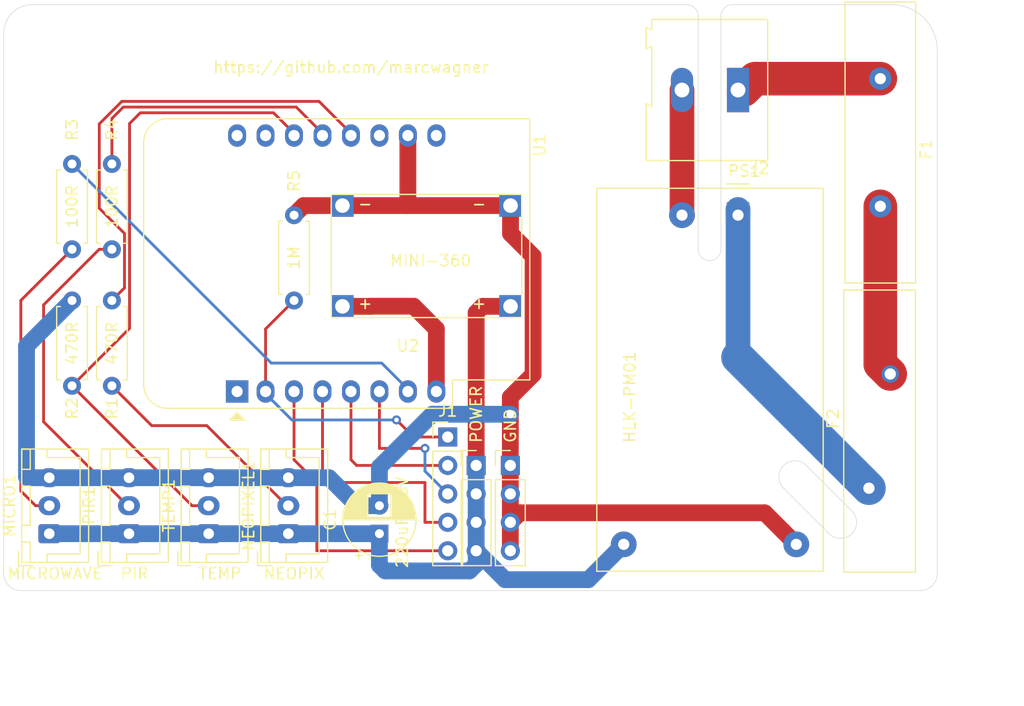
<source format=kicad_pcb>
(kicad_pcb (version 20171130) (host pcbnew 5.1.4-e60b266~84~ubuntu18.04.1)

  (general
    (thickness 1.6)
    (drawings 34)
    (tracks 129)
    (zones 0)
    (modules 19)
    (nets 25)
  )

  (page A4)
  (layers
    (0 F.Cu signal)
    (31 B.Cu signal)
    (32 B.Adhes user)
    (33 F.Adhes user)
    (34 B.Paste user)
    (35 F.Paste user)
    (36 B.SilkS user)
    (37 F.SilkS user)
    (38 B.Mask user hide)
    (39 F.Mask user)
    (40 Dwgs.User user)
    (41 Cmts.User user)
    (42 Eco1.User user)
    (43 Eco2.User user)
    (44 Edge.Cuts user)
    (45 Margin user)
    (46 B.CrtYd user)
    (47 F.CrtYd user)
    (48 B.Fab user)
    (49 F.Fab user)
  )

  (setup
    (last_trace_width 2.2)
    (user_trace_width 1.5)
    (user_trace_width 2.2)
    (user_trace_width 3)
    (trace_clearance 0.2)
    (zone_clearance 0.508)
    (zone_45_only no)
    (trace_min 0.2)
    (via_size 0.8)
    (via_drill 0.4)
    (via_min_size 0.4)
    (via_min_drill 0.3)
    (uvia_size 0.3)
    (uvia_drill 0.1)
    (uvias_allowed no)
    (uvia_min_size 0.2)
    (uvia_min_drill 0.1)
    (edge_width 0.05)
    (segment_width 0.2)
    (pcb_text_width 0.3)
    (pcb_text_size 1.5 1.5)
    (mod_edge_width 0.12)
    (mod_text_size 1 1)
    (mod_text_width 0.15)
    (pad_size 2 2)
    (pad_drill 1)
    (pad_to_mask_clearance 0.051)
    (solder_mask_min_width 0.25)
    (aux_axis_origin 0 0)
    (visible_elements FFFFFF7F)
    (pcbplotparams
      (layerselection 0x010fc_ffffffff)
      (usegerberextensions false)
      (usegerberattributes false)
      (usegerberadvancedattributes false)
      (creategerberjobfile false)
      (excludeedgelayer true)
      (linewidth 0.100000)
      (plotframeref false)
      (viasonmask false)
      (mode 1)
      (useauxorigin false)
      (hpglpennumber 1)
      (hpglpenspeed 20)
      (hpglpendiameter 15.000000)
      (psnegative false)
      (psa4output false)
      (plotreference true)
      (plotvalue true)
      (plotinvisibletext false)
      (padsonsilk false)
      (subtractmaskfromsilk false)
      (outputformat 1)
      (mirror false)
      (drillshape 1)
      (scaleselection 1)
      (outputdirectory ""))
  )

  (net 0 "")
  (net 1 +5V)
  (net 2 GND)
  (net 3 "Net-(F1-Pad1)")
  (net 4 "Net-(F1-Pad2)")
  (net 5 /Live)
  (net 6 /GPIO12)
  (net 7 /GPIO13)
  (net 8 /GPIO14)
  (net 9 /GPIO16)
  (net 10 /Neutral)
  (net 11 "Net-(MICRO1-Pad2)")
  (net 12 "Net-(NEOPIXEL1-Pad2)")
  (net 13 "Net-(PIR1-Pad2)")
  (net 14 /NEOPIXEL)
  (net 15 /TEMP_SENSOR)
  (net 16 /MICRO)
  (net 17 /PIR)
  (net 18 "Net-(U1-Pad1)")
  (net 19 +3V3)
  (net 20 "Net-(U1-Pad9)")
  (net 21 "Net-(U1-Pad11)")
  (net 22 "Net-(U1-Pad15)")
  (net 23 "Net-(U1-Pad16)")
  (net 24 /ANALOG)

  (net_class Default "This is the default net class."
    (clearance 0.2)
    (trace_width 0.25)
    (via_dia 0.8)
    (via_drill 0.4)
    (uvia_dia 0.3)
    (uvia_drill 0.1)
    (add_net +3V3)
    (add_net +5V)
    (add_net /ANALOG)
    (add_net /GPIO12)
    (add_net /GPIO13)
    (add_net /GPIO14)
    (add_net /GPIO16)
    (add_net /Live)
    (add_net /MICRO)
    (add_net /NEOPIXEL)
    (add_net /Neutral)
    (add_net /PIR)
    (add_net /TEMP_SENSOR)
    (add_net GND)
    (add_net "Net-(F1-Pad1)")
    (add_net "Net-(F1-Pad2)")
    (add_net "Net-(MICRO1-Pad2)")
    (add_net "Net-(NEOPIXEL1-Pad2)")
    (add_net "Net-(PIR1-Pad2)")
    (add_net "Net-(U1-Pad1)")
    (add_net "Net-(U1-Pad11)")
    (add_net "Net-(U1-Pad15)")
    (add_net "Net-(U1-Pad16)")
    (add_net "Net-(U1-Pad9)")
  )

  (module Connector_JST:JST_XH_B3B-XH-A_1x03_P2.50mm_Vertical (layer F.Cu) (tedit 5C28146C) (tstamp 5D72DCAB)
    (at 181.356 77.724 90)
    (descr "JST XH series connector, B3B-XH-A (http://www.jst-mfg.com/product/pdf/eng/eXH.pdf), generated with kicad-footprint-generator")
    (tags "connector JST XH vertical")
    (path /5D716C43)
    (fp_text reference PIR1 (at 2.5 -3.55 90) (layer F.SilkS)
      (effects (font (size 1 1) (thickness 0.15)))
    )
    (fp_text value Conn_01x03_Female (at 2.5 4.6 90) (layer F.Fab)
      (effects (font (size 1 1) (thickness 0.15)))
    )
    (fp_line (start -2.45 -2.35) (end -2.45 3.4) (layer F.Fab) (width 0.1))
    (fp_line (start -2.45 3.4) (end 7.45 3.4) (layer F.Fab) (width 0.1))
    (fp_line (start 7.45 3.4) (end 7.45 -2.35) (layer F.Fab) (width 0.1))
    (fp_line (start 7.45 -2.35) (end -2.45 -2.35) (layer F.Fab) (width 0.1))
    (fp_line (start -2.56 -2.46) (end -2.56 3.51) (layer F.SilkS) (width 0.12))
    (fp_line (start -2.56 3.51) (end 7.56 3.51) (layer F.SilkS) (width 0.12))
    (fp_line (start 7.56 3.51) (end 7.56 -2.46) (layer F.SilkS) (width 0.12))
    (fp_line (start 7.56 -2.46) (end -2.56 -2.46) (layer F.SilkS) (width 0.12))
    (fp_line (start -2.95 -2.85) (end -2.95 3.9) (layer F.CrtYd) (width 0.05))
    (fp_line (start -2.95 3.9) (end 7.95 3.9) (layer F.CrtYd) (width 0.05))
    (fp_line (start 7.95 3.9) (end 7.95 -2.85) (layer F.CrtYd) (width 0.05))
    (fp_line (start 7.95 -2.85) (end -2.95 -2.85) (layer F.CrtYd) (width 0.05))
    (fp_line (start -0.625 -2.35) (end 0 -1.35) (layer F.Fab) (width 0.1))
    (fp_line (start 0 -1.35) (end 0.625 -2.35) (layer F.Fab) (width 0.1))
    (fp_line (start 0.75 -2.45) (end 0.75 -1.7) (layer F.SilkS) (width 0.12))
    (fp_line (start 0.75 -1.7) (end 4.25 -1.7) (layer F.SilkS) (width 0.12))
    (fp_line (start 4.25 -1.7) (end 4.25 -2.45) (layer F.SilkS) (width 0.12))
    (fp_line (start 4.25 -2.45) (end 0.75 -2.45) (layer F.SilkS) (width 0.12))
    (fp_line (start -2.55 -2.45) (end -2.55 -1.7) (layer F.SilkS) (width 0.12))
    (fp_line (start -2.55 -1.7) (end -0.75 -1.7) (layer F.SilkS) (width 0.12))
    (fp_line (start -0.75 -1.7) (end -0.75 -2.45) (layer F.SilkS) (width 0.12))
    (fp_line (start -0.75 -2.45) (end -2.55 -2.45) (layer F.SilkS) (width 0.12))
    (fp_line (start 5.75 -2.45) (end 5.75 -1.7) (layer F.SilkS) (width 0.12))
    (fp_line (start 5.75 -1.7) (end 7.55 -1.7) (layer F.SilkS) (width 0.12))
    (fp_line (start 7.55 -1.7) (end 7.55 -2.45) (layer F.SilkS) (width 0.12))
    (fp_line (start 7.55 -2.45) (end 5.75 -2.45) (layer F.SilkS) (width 0.12))
    (fp_line (start -2.55 -0.2) (end -1.8 -0.2) (layer F.SilkS) (width 0.12))
    (fp_line (start -1.8 -0.2) (end -1.8 2.75) (layer F.SilkS) (width 0.12))
    (fp_line (start -1.8 2.75) (end 2.5 2.75) (layer F.SilkS) (width 0.12))
    (fp_line (start 7.55 -0.2) (end 6.8 -0.2) (layer F.SilkS) (width 0.12))
    (fp_line (start 6.8 -0.2) (end 6.8 2.75) (layer F.SilkS) (width 0.12))
    (fp_line (start 6.8 2.75) (end 2.5 2.75) (layer F.SilkS) (width 0.12))
    (fp_line (start -1.6 -2.75) (end -2.85 -2.75) (layer F.SilkS) (width 0.12))
    (fp_line (start -2.85 -2.75) (end -2.85 -1.5) (layer F.SilkS) (width 0.12))
    (fp_text user %R (at 2.5 2.7 90) (layer F.Fab)
      (effects (font (size 1 1) (thickness 0.15)))
    )
    (pad 1 thru_hole roundrect (at 0 0 90) (size 1.7 1.95) (drill 0.95) (layers *.Cu *.Mask) (roundrect_rratio 0.147059)
      (net 1 +5V))
    (pad 2 thru_hole oval (at 2.5 0 90) (size 1.7 1.95) (drill 0.95) (layers *.Cu *.Mask)
      (net 13 "Net-(PIR1-Pad2)"))
    (pad 3 thru_hole oval (at 5 0 90) (size 1.7 1.95) (drill 0.95) (layers *.Cu *.Mask)
      (net 2 GND))
    (model ${KISYS3DMOD}/Connector_JST.3dshapes/JST_XH_B3B-XH-A_1x03_P2.50mm_Vertical.wrl
      (at (xyz 0 0 0))
      (scale (xyz 1 1 1))
      (rotate (xyz 0 0 0))
    )
  )

  (module Capacitor_THT:CP_Radial_D6.3mm_P2.50mm (layer F.Cu) (tedit 5AE50EF0) (tstamp 5D72DB6F)
    (at 203.708 77.724 90)
    (descr "CP, Radial series, Radial, pin pitch=2.50mm, , diameter=6.3mm, Electrolytic Capacitor")
    (tags "CP Radial series Radial pin pitch 2.50mm  diameter 6.3mm Electrolytic Capacitor")
    (path /5D734BA7)
    (fp_text reference C1 (at 1.25 -4.4 90) (layer F.SilkS)
      (effects (font (size 1 1) (thickness 0.15)))
    )
    (fp_text value "220uF 16V" (at 1.016 2.032 90) (layer F.SilkS)
      (effects (font (size 1 1) (thickness 0.15)))
    )
    (fp_circle (center 1.25 0) (end 4.4 0) (layer F.Fab) (width 0.1))
    (fp_circle (center 1.25 0) (end 4.52 0) (layer F.SilkS) (width 0.12))
    (fp_circle (center 1.25 0) (end 4.65 0) (layer F.CrtYd) (width 0.05))
    (fp_line (start -1.443972 -1.3735) (end -0.813972 -1.3735) (layer F.Fab) (width 0.1))
    (fp_line (start -1.128972 -1.6885) (end -1.128972 -1.0585) (layer F.Fab) (width 0.1))
    (fp_line (start 1.25 -3.23) (end 1.25 3.23) (layer F.SilkS) (width 0.12))
    (fp_line (start 1.29 -3.23) (end 1.29 3.23) (layer F.SilkS) (width 0.12))
    (fp_line (start 1.33 -3.23) (end 1.33 3.23) (layer F.SilkS) (width 0.12))
    (fp_line (start 1.37 -3.228) (end 1.37 3.228) (layer F.SilkS) (width 0.12))
    (fp_line (start 1.41 -3.227) (end 1.41 3.227) (layer F.SilkS) (width 0.12))
    (fp_line (start 1.45 -3.224) (end 1.45 3.224) (layer F.SilkS) (width 0.12))
    (fp_line (start 1.49 -3.222) (end 1.49 -1.04) (layer F.SilkS) (width 0.12))
    (fp_line (start 1.49 1.04) (end 1.49 3.222) (layer F.SilkS) (width 0.12))
    (fp_line (start 1.53 -3.218) (end 1.53 -1.04) (layer F.SilkS) (width 0.12))
    (fp_line (start 1.53 1.04) (end 1.53 3.218) (layer F.SilkS) (width 0.12))
    (fp_line (start 1.57 -3.215) (end 1.57 -1.04) (layer F.SilkS) (width 0.12))
    (fp_line (start 1.57 1.04) (end 1.57 3.215) (layer F.SilkS) (width 0.12))
    (fp_line (start 1.61 -3.211) (end 1.61 -1.04) (layer F.SilkS) (width 0.12))
    (fp_line (start 1.61 1.04) (end 1.61 3.211) (layer F.SilkS) (width 0.12))
    (fp_line (start 1.65 -3.206) (end 1.65 -1.04) (layer F.SilkS) (width 0.12))
    (fp_line (start 1.65 1.04) (end 1.65 3.206) (layer F.SilkS) (width 0.12))
    (fp_line (start 1.69 -3.201) (end 1.69 -1.04) (layer F.SilkS) (width 0.12))
    (fp_line (start 1.69 1.04) (end 1.69 3.201) (layer F.SilkS) (width 0.12))
    (fp_line (start 1.73 -3.195) (end 1.73 -1.04) (layer F.SilkS) (width 0.12))
    (fp_line (start 1.73 1.04) (end 1.73 3.195) (layer F.SilkS) (width 0.12))
    (fp_line (start 1.77 -3.189) (end 1.77 -1.04) (layer F.SilkS) (width 0.12))
    (fp_line (start 1.77 1.04) (end 1.77 3.189) (layer F.SilkS) (width 0.12))
    (fp_line (start 1.81 -3.182) (end 1.81 -1.04) (layer F.SilkS) (width 0.12))
    (fp_line (start 1.81 1.04) (end 1.81 3.182) (layer F.SilkS) (width 0.12))
    (fp_line (start 1.85 -3.175) (end 1.85 -1.04) (layer F.SilkS) (width 0.12))
    (fp_line (start 1.85 1.04) (end 1.85 3.175) (layer F.SilkS) (width 0.12))
    (fp_line (start 1.89 -3.167) (end 1.89 -1.04) (layer F.SilkS) (width 0.12))
    (fp_line (start 1.89 1.04) (end 1.89 3.167) (layer F.SilkS) (width 0.12))
    (fp_line (start 1.93 -3.159) (end 1.93 -1.04) (layer F.SilkS) (width 0.12))
    (fp_line (start 1.93 1.04) (end 1.93 3.159) (layer F.SilkS) (width 0.12))
    (fp_line (start 1.971 -3.15) (end 1.971 -1.04) (layer F.SilkS) (width 0.12))
    (fp_line (start 1.971 1.04) (end 1.971 3.15) (layer F.SilkS) (width 0.12))
    (fp_line (start 2.011 -3.141) (end 2.011 -1.04) (layer F.SilkS) (width 0.12))
    (fp_line (start 2.011 1.04) (end 2.011 3.141) (layer F.SilkS) (width 0.12))
    (fp_line (start 2.051 -3.131) (end 2.051 -1.04) (layer F.SilkS) (width 0.12))
    (fp_line (start 2.051 1.04) (end 2.051 3.131) (layer F.SilkS) (width 0.12))
    (fp_line (start 2.091 -3.121) (end 2.091 -1.04) (layer F.SilkS) (width 0.12))
    (fp_line (start 2.091 1.04) (end 2.091 3.121) (layer F.SilkS) (width 0.12))
    (fp_line (start 2.131 -3.11) (end 2.131 -1.04) (layer F.SilkS) (width 0.12))
    (fp_line (start 2.131 1.04) (end 2.131 3.11) (layer F.SilkS) (width 0.12))
    (fp_line (start 2.171 -3.098) (end 2.171 -1.04) (layer F.SilkS) (width 0.12))
    (fp_line (start 2.171 1.04) (end 2.171 3.098) (layer F.SilkS) (width 0.12))
    (fp_line (start 2.211 -3.086) (end 2.211 -1.04) (layer F.SilkS) (width 0.12))
    (fp_line (start 2.211 1.04) (end 2.211 3.086) (layer F.SilkS) (width 0.12))
    (fp_line (start 2.251 -3.074) (end 2.251 -1.04) (layer F.SilkS) (width 0.12))
    (fp_line (start 2.251 1.04) (end 2.251 3.074) (layer F.SilkS) (width 0.12))
    (fp_line (start 2.291 -3.061) (end 2.291 -1.04) (layer F.SilkS) (width 0.12))
    (fp_line (start 2.291 1.04) (end 2.291 3.061) (layer F.SilkS) (width 0.12))
    (fp_line (start 2.331 -3.047) (end 2.331 -1.04) (layer F.SilkS) (width 0.12))
    (fp_line (start 2.331 1.04) (end 2.331 3.047) (layer F.SilkS) (width 0.12))
    (fp_line (start 2.371 -3.033) (end 2.371 -1.04) (layer F.SilkS) (width 0.12))
    (fp_line (start 2.371 1.04) (end 2.371 3.033) (layer F.SilkS) (width 0.12))
    (fp_line (start 2.411 -3.018) (end 2.411 -1.04) (layer F.SilkS) (width 0.12))
    (fp_line (start 2.411 1.04) (end 2.411 3.018) (layer F.SilkS) (width 0.12))
    (fp_line (start 2.451 -3.002) (end 2.451 -1.04) (layer F.SilkS) (width 0.12))
    (fp_line (start 2.451 1.04) (end 2.451 3.002) (layer F.SilkS) (width 0.12))
    (fp_line (start 2.491 -2.986) (end 2.491 -1.04) (layer F.SilkS) (width 0.12))
    (fp_line (start 2.491 1.04) (end 2.491 2.986) (layer F.SilkS) (width 0.12))
    (fp_line (start 2.531 -2.97) (end 2.531 -1.04) (layer F.SilkS) (width 0.12))
    (fp_line (start 2.531 1.04) (end 2.531 2.97) (layer F.SilkS) (width 0.12))
    (fp_line (start 2.571 -2.952) (end 2.571 -1.04) (layer F.SilkS) (width 0.12))
    (fp_line (start 2.571 1.04) (end 2.571 2.952) (layer F.SilkS) (width 0.12))
    (fp_line (start 2.611 -2.934) (end 2.611 -1.04) (layer F.SilkS) (width 0.12))
    (fp_line (start 2.611 1.04) (end 2.611 2.934) (layer F.SilkS) (width 0.12))
    (fp_line (start 2.651 -2.916) (end 2.651 -1.04) (layer F.SilkS) (width 0.12))
    (fp_line (start 2.651 1.04) (end 2.651 2.916) (layer F.SilkS) (width 0.12))
    (fp_line (start 2.691 -2.896) (end 2.691 -1.04) (layer F.SilkS) (width 0.12))
    (fp_line (start 2.691 1.04) (end 2.691 2.896) (layer F.SilkS) (width 0.12))
    (fp_line (start 2.731 -2.876) (end 2.731 -1.04) (layer F.SilkS) (width 0.12))
    (fp_line (start 2.731 1.04) (end 2.731 2.876) (layer F.SilkS) (width 0.12))
    (fp_line (start 2.771 -2.856) (end 2.771 -1.04) (layer F.SilkS) (width 0.12))
    (fp_line (start 2.771 1.04) (end 2.771 2.856) (layer F.SilkS) (width 0.12))
    (fp_line (start 2.811 -2.834) (end 2.811 -1.04) (layer F.SilkS) (width 0.12))
    (fp_line (start 2.811 1.04) (end 2.811 2.834) (layer F.SilkS) (width 0.12))
    (fp_line (start 2.851 -2.812) (end 2.851 -1.04) (layer F.SilkS) (width 0.12))
    (fp_line (start 2.851 1.04) (end 2.851 2.812) (layer F.SilkS) (width 0.12))
    (fp_line (start 2.891 -2.79) (end 2.891 -1.04) (layer F.SilkS) (width 0.12))
    (fp_line (start 2.891 1.04) (end 2.891 2.79) (layer F.SilkS) (width 0.12))
    (fp_line (start 2.931 -2.766) (end 2.931 -1.04) (layer F.SilkS) (width 0.12))
    (fp_line (start 2.931 1.04) (end 2.931 2.766) (layer F.SilkS) (width 0.12))
    (fp_line (start 2.971 -2.742) (end 2.971 -1.04) (layer F.SilkS) (width 0.12))
    (fp_line (start 2.971 1.04) (end 2.971 2.742) (layer F.SilkS) (width 0.12))
    (fp_line (start 3.011 -2.716) (end 3.011 -1.04) (layer F.SilkS) (width 0.12))
    (fp_line (start 3.011 1.04) (end 3.011 2.716) (layer F.SilkS) (width 0.12))
    (fp_line (start 3.051 -2.69) (end 3.051 -1.04) (layer F.SilkS) (width 0.12))
    (fp_line (start 3.051 1.04) (end 3.051 2.69) (layer F.SilkS) (width 0.12))
    (fp_line (start 3.091 -2.664) (end 3.091 -1.04) (layer F.SilkS) (width 0.12))
    (fp_line (start 3.091 1.04) (end 3.091 2.664) (layer F.SilkS) (width 0.12))
    (fp_line (start 3.131 -2.636) (end 3.131 -1.04) (layer F.SilkS) (width 0.12))
    (fp_line (start 3.131 1.04) (end 3.131 2.636) (layer F.SilkS) (width 0.12))
    (fp_line (start 3.171 -2.607) (end 3.171 -1.04) (layer F.SilkS) (width 0.12))
    (fp_line (start 3.171 1.04) (end 3.171 2.607) (layer F.SilkS) (width 0.12))
    (fp_line (start 3.211 -2.578) (end 3.211 -1.04) (layer F.SilkS) (width 0.12))
    (fp_line (start 3.211 1.04) (end 3.211 2.578) (layer F.SilkS) (width 0.12))
    (fp_line (start 3.251 -2.548) (end 3.251 -1.04) (layer F.SilkS) (width 0.12))
    (fp_line (start 3.251 1.04) (end 3.251 2.548) (layer F.SilkS) (width 0.12))
    (fp_line (start 3.291 -2.516) (end 3.291 -1.04) (layer F.SilkS) (width 0.12))
    (fp_line (start 3.291 1.04) (end 3.291 2.516) (layer F.SilkS) (width 0.12))
    (fp_line (start 3.331 -2.484) (end 3.331 -1.04) (layer F.SilkS) (width 0.12))
    (fp_line (start 3.331 1.04) (end 3.331 2.484) (layer F.SilkS) (width 0.12))
    (fp_line (start 3.371 -2.45) (end 3.371 -1.04) (layer F.SilkS) (width 0.12))
    (fp_line (start 3.371 1.04) (end 3.371 2.45) (layer F.SilkS) (width 0.12))
    (fp_line (start 3.411 -2.416) (end 3.411 -1.04) (layer F.SilkS) (width 0.12))
    (fp_line (start 3.411 1.04) (end 3.411 2.416) (layer F.SilkS) (width 0.12))
    (fp_line (start 3.451 -2.38) (end 3.451 -1.04) (layer F.SilkS) (width 0.12))
    (fp_line (start 3.451 1.04) (end 3.451 2.38) (layer F.SilkS) (width 0.12))
    (fp_line (start 3.491 -2.343) (end 3.491 -1.04) (layer F.SilkS) (width 0.12))
    (fp_line (start 3.491 1.04) (end 3.491 2.343) (layer F.SilkS) (width 0.12))
    (fp_line (start 3.531 -2.305) (end 3.531 -1.04) (layer F.SilkS) (width 0.12))
    (fp_line (start 3.531 1.04) (end 3.531 2.305) (layer F.SilkS) (width 0.12))
    (fp_line (start 3.571 -2.265) (end 3.571 2.265) (layer F.SilkS) (width 0.12))
    (fp_line (start 3.611 -2.224) (end 3.611 2.224) (layer F.SilkS) (width 0.12))
    (fp_line (start 3.651 -2.182) (end 3.651 2.182) (layer F.SilkS) (width 0.12))
    (fp_line (start 3.691 -2.137) (end 3.691 2.137) (layer F.SilkS) (width 0.12))
    (fp_line (start 3.731 -2.092) (end 3.731 2.092) (layer F.SilkS) (width 0.12))
    (fp_line (start 3.771 -2.044) (end 3.771 2.044) (layer F.SilkS) (width 0.12))
    (fp_line (start 3.811 -1.995) (end 3.811 1.995) (layer F.SilkS) (width 0.12))
    (fp_line (start 3.851 -1.944) (end 3.851 1.944) (layer F.SilkS) (width 0.12))
    (fp_line (start 3.891 -1.89) (end 3.891 1.89) (layer F.SilkS) (width 0.12))
    (fp_line (start 3.931 -1.834) (end 3.931 1.834) (layer F.SilkS) (width 0.12))
    (fp_line (start 3.971 -1.776) (end 3.971 1.776) (layer F.SilkS) (width 0.12))
    (fp_line (start 4.011 -1.714) (end 4.011 1.714) (layer F.SilkS) (width 0.12))
    (fp_line (start 4.051 -1.65) (end 4.051 1.65) (layer F.SilkS) (width 0.12))
    (fp_line (start 4.091 -1.581) (end 4.091 1.581) (layer F.SilkS) (width 0.12))
    (fp_line (start 4.131 -1.509) (end 4.131 1.509) (layer F.SilkS) (width 0.12))
    (fp_line (start 4.171 -1.432) (end 4.171 1.432) (layer F.SilkS) (width 0.12))
    (fp_line (start 4.211 -1.35) (end 4.211 1.35) (layer F.SilkS) (width 0.12))
    (fp_line (start 4.251 -1.262) (end 4.251 1.262) (layer F.SilkS) (width 0.12))
    (fp_line (start 4.291 -1.165) (end 4.291 1.165) (layer F.SilkS) (width 0.12))
    (fp_line (start 4.331 -1.059) (end 4.331 1.059) (layer F.SilkS) (width 0.12))
    (fp_line (start 4.371 -0.94) (end 4.371 0.94) (layer F.SilkS) (width 0.12))
    (fp_line (start 4.411 -0.802) (end 4.411 0.802) (layer F.SilkS) (width 0.12))
    (fp_line (start 4.451 -0.633) (end 4.451 0.633) (layer F.SilkS) (width 0.12))
    (fp_line (start 4.491 -0.402) (end 4.491 0.402) (layer F.SilkS) (width 0.12))
    (fp_line (start -2.250241 -1.839) (end -1.620241 -1.839) (layer F.SilkS) (width 0.12))
    (fp_line (start -1.935241 -2.154) (end -1.935241 -1.524) (layer F.SilkS) (width 0.12))
    (fp_text user %R (at 1.25 0 90) (layer F.Fab)
      (effects (font (size 1 1) (thickness 0.15)))
    )
    (pad 1 thru_hole rect (at 0 0 90) (size 1.6 1.6) (drill 0.8) (layers *.Cu *.Mask)
      (net 1 +5V))
    (pad 2 thru_hole circle (at 2.5 0 90) (size 1.6 1.6) (drill 0.8) (layers *.Cu *.Mask)
      (net 2 GND))
    (model ${KISYS3DMOD}/Capacitor_THT.3dshapes/CP_Radial_D6.3mm_P2.50mm.wrl
      (at (xyz 0 0 0))
      (scale (xyz 1 1 1))
      (rotate (xyz 0 0 0))
    )
  )

  (module Fuse:Fuse_Littelfuse-LVR200 (layer F.Cu) (tedit 5D72AC26) (tstamp 5D72DB82)
    (at 248.412 37.084 270)
    (descr "Littelfuse, resettable fuse, PTC, polyswitch LVR200, Ih 2A, http://www.littelfuse.com/~/media/electronics/datasheets/resettable_ptcs/littelfuse_ptc_lvr_catalog_datasheet.pdf.pdf")
    (tags "LVR200 PTC resettable polyswitch ")
    (path /5D757F13)
    (fp_text reference F1 (at 6.3 -4.1 90) (layer F.SilkS)
      (effects (font (size 1 1) (thickness 0.15)))
    )
    (fp_text value "300mA Fuse" (at 5.5 4.2 90) (layer F.Fab)
      (effects (font (size 1 1) (thickness 0.15)))
    )
    (fp_text user %R (at 8.636 -1.524 90) (layer F.Fab)
      (effects (font (size 1 1) (thickness 0.15)))
    )
    (fp_line (start -6.75 3.05) (end 18.15 3.05) (layer F.Fab) (width 0.1))
    (fp_line (start 18.15 3.05) (end 18.15 -3.05) (layer F.Fab) (width 0.1))
    (fp_line (start 18.15 -3.05) (end -6.75 -3.05) (layer F.Fab) (width 0.1))
    (fp_line (start -6.75 -3.05) (end -6.75 3.05) (layer F.Fab) (width 0.1))
    (fp_line (start -7 -3.3) (end 18.4 -3.3) (layer F.CrtYd) (width 0.05))
    (fp_line (start -7 -3.3) (end -7 3.3) (layer F.CrtYd) (width 0.05))
    (fp_line (start 18.4 3.3) (end 18.4 -3.3) (layer F.CrtYd) (width 0.05))
    (fp_line (start 18.4 3.3) (end -7 3.3) (layer F.CrtYd) (width 0.05))
    (fp_line (start -6.85 -3.15) (end 18.25 -3.15) (layer F.SilkS) (width 0.12))
    (fp_line (start -6.85 -3.15) (end -6.85 3.15) (layer F.SilkS) (width 0.12))
    (fp_line (start 18.25 3.15) (end 18.25 -3.15) (layer F.SilkS) (width 0.12))
    (fp_line (start 18.25 3.15) (end -6.85 3.15) (layer F.SilkS) (width 0.12))
    (pad 1 thru_hole circle (at 0 0 270) (size 2 2) (drill 1) (layers *.Cu *.Mask)
      (net 3 "Net-(F1-Pad1)"))
    (pad 2 thru_hole circle (at 11.4 0 270) (size 2 2) (drill 1) (layers *.Cu *.Mask)
      (net 4 "Net-(F1-Pad2)"))
    (model ${KISYS3DMOD}/Fuse.3dshapes/Fuse_Littelfuse-LVR200.wrl
      (at (xyz 0 0 0))
      (scale (xyz 1 1 1))
      (rotate (xyz 0 0 0))
    )
  )

  (module Fuse:Fuse_BelFuse_0ZRE0200FF_L24.9mm_W6.1mm (layer F.Cu) (tedit 5BAABBB1) (tstamp 5D731528)
    (at 247.396 73.66 90)
    (descr "Fuse 0ZRE0200FF, BelFuse, Radial Leaded PTC,https://www.belfuse.com/resources/datasheets/circuitprotection/ds-cp-0zre-series.pdf")
    (tags "0ZRE BelFuse radial PTC")
    (path /5D721873)
    (fp_text reference F2 (at 6.2 -3.2 90) (layer F.SilkS)
      (effects (font (size 1 1) (thickness 0.15)))
    )
    (fp_text value "77C Thermal Fuse " (at 5.9 5.4 90) (layer F.Fab)
      (effects (font (size 1 1) (thickness 0.15)))
    )
    (fp_line (start 17.55 -2.1) (end 17.55 4) (layer F.Fab) (width 0.1))
    (fp_line (start -7.35 -2.1) (end -7.35 4) (layer F.Fab) (width 0.1))
    (fp_line (start -7.35 4) (end 17.55 4) (layer F.Fab) (width 0.1))
    (fp_line (start -7.35 -2.1) (end 17.55 -2.1) (layer F.Fab) (width 0.1))
    (fp_text user %R (at 6.2 0 90) (layer F.Fab)
      (effects (font (size 1 1) (thickness 0.15)))
    )
    (fp_line (start -7.6 -2.35) (end 17.8 -2.35) (layer F.CrtYd) (width 0.05))
    (fp_line (start -7.6 -2.35) (end -7.6 4.25) (layer F.CrtYd) (width 0.05))
    (fp_line (start 17.8 -2.35) (end 17.8 4.25) (layer F.CrtYd) (width 0.05))
    (fp_line (start -7.6 4.25) (end 17.8 4.25) (layer F.CrtYd) (width 0.05))
    (fp_line (start -7.5 -2.25) (end 17.7 -2.25) (layer F.SilkS) (width 0.12))
    (fp_line (start -7.5 -2.25) (end -7.5 4.15) (layer F.SilkS) (width 0.12))
    (fp_line (start 17.7 -2.25) (end 17.7 4.15) (layer F.SilkS) (width 0.12))
    (fp_line (start -7.5 4.15) (end 17.7 4.15) (layer F.SilkS) (width 0.12))
    (pad 1 thru_hole circle (at 0 0 90) (size 1.56 1.56) (drill 1.01) (layers *.Cu *.Mask)
      (net 5 /Live))
    (pad 2 thru_hole circle (at 10.2 1.9 90) (size 1.56 1.56) (drill 1.01) (layers *.Cu *.Mask)
      (net 4 "Net-(F1-Pad2)"))
    (model ${KISYS3DMOD}/Fuse.3dshapes/Fuse_BelFuse_0ZRE_0ZRE0200FF_L24.9mm_W6.1mm.wrl
      (at (xyz 0 0 0))
      (scale (xyz 1 1 1))
      (rotate (xyz 0 0 0))
    )
  )

  (module Connector_PinHeader_2.54mm:PinHeader_1x04_P2.54mm_Vertical (layer F.Cu) (tedit 59FED5CC) (tstamp 5D72DBAD)
    (at 215.392 71.628)
    (descr "Through hole straight pin header, 1x04, 2.54mm pitch, single row")
    (tags "Through hole pin header THT 1x04 2.54mm single row")
    (path /5D70CF4E)
    (fp_text reference GND (at 0 -3.556 90) (layer F.SilkS)
      (effects (font (size 1 1) (thickness 0.15)))
    )
    (fp_text value Conn_01x04_Male (at 0 9.95) (layer F.Fab)
      (effects (font (size 1 1) (thickness 0.15)))
    )
    (fp_line (start -0.635 -1.27) (end 1.27 -1.27) (layer F.Fab) (width 0.1))
    (fp_line (start 1.27 -1.27) (end 1.27 8.89) (layer F.Fab) (width 0.1))
    (fp_line (start 1.27 8.89) (end -1.27 8.89) (layer F.Fab) (width 0.1))
    (fp_line (start -1.27 8.89) (end -1.27 -0.635) (layer F.Fab) (width 0.1))
    (fp_line (start -1.27 -0.635) (end -0.635 -1.27) (layer F.Fab) (width 0.1))
    (fp_line (start -1.33 8.95) (end 1.33 8.95) (layer F.SilkS) (width 0.12))
    (fp_line (start -1.33 1.27) (end -1.33 8.95) (layer F.SilkS) (width 0.12))
    (fp_line (start 1.33 1.27) (end 1.33 8.95) (layer F.SilkS) (width 0.12))
    (fp_line (start -1.33 1.27) (end 1.33 1.27) (layer F.SilkS) (width 0.12))
    (fp_line (start -1.33 0) (end -1.33 -1.33) (layer F.SilkS) (width 0.12))
    (fp_line (start -1.33 -1.33) (end 0 -1.33) (layer F.SilkS) (width 0.12))
    (fp_line (start -1.8 -1.8) (end -1.8 9.4) (layer F.CrtYd) (width 0.05))
    (fp_line (start -1.8 9.4) (end 1.8 9.4) (layer F.CrtYd) (width 0.05))
    (fp_line (start 1.8 9.4) (end 1.8 -1.8) (layer F.CrtYd) (width 0.05))
    (fp_line (start 1.8 -1.8) (end -1.8 -1.8) (layer F.CrtYd) (width 0.05))
    (fp_text user %R (at 0 3.81 90) (layer F.Fab)
      (effects (font (size 1 1) (thickness 0.15)))
    )
    (pad 1 thru_hole rect (at 0 0) (size 1.7 1.7) (drill 1) (layers *.Cu *.Mask)
      (net 2 GND))
    (pad 2 thru_hole oval (at 0 2.54) (size 1.7 1.7) (drill 1) (layers *.Cu *.Mask)
      (net 2 GND))
    (pad 3 thru_hole oval (at 0 5.08) (size 1.7 1.7) (drill 1) (layers *.Cu *.Mask)
      (net 2 GND))
    (pad 4 thru_hole oval (at 0 7.62) (size 1.7 1.7) (drill 1) (layers *.Cu *.Mask)
      (net 2 GND))
    (model ${KISYS3DMOD}/Connector_PinHeader_2.54mm.3dshapes/PinHeader_1x04_P2.54mm_Vertical.wrl
      (at (xyz 0 0 0))
      (scale (xyz 1 1 1))
      (rotate (xyz 0 0 0))
    )
  )

  (module Connector_PinHeader_2.54mm:PinHeader_1x05_P2.54mm_Vertical (layer F.Cu) (tedit 59FED5CC) (tstamp 5D72DBC6)
    (at 209.804 69.088)
    (descr "Through hole straight pin header, 1x05, 2.54mm pitch, single row")
    (tags "Through hole pin header THT 1x05 2.54mm single row")
    (path /5D74AD9B)
    (fp_text reference J1 (at 0 -2.33) (layer F.SilkS)
      (effects (font (size 1 1) (thickness 0.15)))
    )
    (fp_text value Conn_01x05_Male (at 0 12.49) (layer F.Fab)
      (effects (font (size 1 1) (thickness 0.15)))
    )
    (fp_line (start -0.635 -1.27) (end 1.27 -1.27) (layer F.Fab) (width 0.1))
    (fp_line (start 1.27 -1.27) (end 1.27 11.43) (layer F.Fab) (width 0.1))
    (fp_line (start 1.27 11.43) (end -1.27 11.43) (layer F.Fab) (width 0.1))
    (fp_line (start -1.27 11.43) (end -1.27 -0.635) (layer F.Fab) (width 0.1))
    (fp_line (start -1.27 -0.635) (end -0.635 -1.27) (layer F.Fab) (width 0.1))
    (fp_line (start -1.33 11.49) (end 1.33 11.49) (layer F.SilkS) (width 0.12))
    (fp_line (start -1.33 1.27) (end -1.33 11.49) (layer F.SilkS) (width 0.12))
    (fp_line (start 1.33 1.27) (end 1.33 11.49) (layer F.SilkS) (width 0.12))
    (fp_line (start -1.33 1.27) (end 1.33 1.27) (layer F.SilkS) (width 0.12))
    (fp_line (start -1.33 0) (end -1.33 -1.33) (layer F.SilkS) (width 0.12))
    (fp_line (start -1.33 -1.33) (end 0 -1.33) (layer F.SilkS) (width 0.12))
    (fp_line (start -1.8 -1.8) (end -1.8 11.95) (layer F.CrtYd) (width 0.05))
    (fp_line (start -1.8 11.95) (end 1.8 11.95) (layer F.CrtYd) (width 0.05))
    (fp_line (start 1.8 11.95) (end 1.8 -1.8) (layer F.CrtYd) (width 0.05))
    (fp_line (start 1.8 -1.8) (end -1.8 -1.8) (layer F.CrtYd) (width 0.05))
    (fp_text user %R (at 0 5.08 90) (layer F.Fab)
      (effects (font (size 1 1) (thickness 0.15)))
    )
    (pad 1 thru_hole rect (at 0 0) (size 1.7 1.7) (drill 1) (layers *.Cu *.Mask)
      (net 24 /ANALOG))
    (pad 2 thru_hole oval (at 0 2.54) (size 1.7 1.7) (drill 1) (layers *.Cu *.Mask)
      (net 6 /GPIO12))
    (pad 3 thru_hole oval (at 0 5.08) (size 1.7 1.7) (drill 1) (layers *.Cu *.Mask)
      (net 7 /GPIO13))
    (pad 4 thru_hole oval (at 0 7.62) (size 1.7 1.7) (drill 1) (layers *.Cu *.Mask)
      (net 8 /GPIO14))
    (pad 5 thru_hole oval (at 0 10.16) (size 1.7 1.7) (drill 1) (layers *.Cu *.Mask)
      (net 9 /GPIO16))
    (model ${KISYS3DMOD}/Connector_PinHeader_2.54mm.3dshapes/PinHeader_1x05_P2.54mm_Vertical.wrl
      (at (xyz 0 0 0))
      (scale (xyz 1 1 1))
      (rotate (xyz 0 0 0))
    )
  )

  (module TerminalBlock:TerminalBlock_Altech_AK300-2_P5.00mm (layer F.Cu) (tedit 59FF0306) (tstamp 5D7323EE)
    (at 235.712 38.1 180)
    (descr "Altech AK300 terminal block, pitch 5.0mm, 45 degree angled, see http://www.mouser.com/ds/2/16/PCBMETRC-24178.pdf")
    (tags "Altech AK300 terminal block pitch 5.0mm")
    (path /5D7235BB)
    (fp_text reference J2 (at -1.92 -6.99) (layer F.SilkS)
      (effects (font (size 1 1) (thickness 0.15)))
    )
    (fp_text value Screw_Terminal_01x02 (at 2.04 4.32) (layer F.Fab)
      (effects (font (size 1 1) (thickness 0.15)))
    )
    (fp_text user %R (at 0.508 0.508 90) (layer F.Fab)
      (effects (font (size 1 1) (thickness 0.15)))
    )
    (fp_line (start -2.65 -6.3) (end -2.65 6.3) (layer F.SilkS) (width 0.12))
    (fp_line (start -2.65 6.3) (end 7.7 6.3) (layer F.SilkS) (width 0.12))
    (fp_line (start 7.7 6.3) (end 7.7 5.35) (layer F.SilkS) (width 0.12))
    (fp_line (start 7.7 5.35) (end 8.2 5.6) (layer F.SilkS) (width 0.12))
    (fp_line (start 8.2 5.6) (end 8.2 3.7) (layer F.SilkS) (width 0.12))
    (fp_line (start 8.2 3.7) (end 8.2 3.65) (layer F.SilkS) (width 0.12))
    (fp_line (start 8.2 3.65) (end 7.7 3.9) (layer F.SilkS) (width 0.12))
    (fp_line (start 7.7 3.9) (end 7.7 -1.5) (layer F.SilkS) (width 0.12))
    (fp_line (start 7.7 -1.5) (end 8.2 -1.2) (layer F.SilkS) (width 0.12))
    (fp_line (start 8.2 -1.2) (end 8.2 -6.3) (layer F.SilkS) (width 0.12))
    (fp_line (start 8.2 -6.3) (end -2.65 -6.3) (layer F.SilkS) (width 0.12))
    (fp_line (start -1.26 2.54) (end 1.28 2.54) (layer F.Fab) (width 0.1))
    (fp_line (start 1.28 2.54) (end 1.28 -0.25) (layer F.Fab) (width 0.1))
    (fp_line (start -1.26 -0.25) (end 1.28 -0.25) (layer F.Fab) (width 0.1))
    (fp_line (start -1.26 2.54) (end -1.26 -0.25) (layer F.Fab) (width 0.1))
    (fp_line (start 3.74 2.54) (end 6.28 2.54) (layer F.Fab) (width 0.1))
    (fp_line (start 6.28 2.54) (end 6.28 -0.25) (layer F.Fab) (width 0.1))
    (fp_line (start 3.74 -0.25) (end 6.28 -0.25) (layer F.Fab) (width 0.1))
    (fp_line (start 3.74 2.54) (end 3.74 -0.25) (layer F.Fab) (width 0.1))
    (fp_line (start 7.61 -6.22) (end 7.61 -3.17) (layer F.Fab) (width 0.1))
    (fp_line (start 7.61 -6.22) (end -2.58 -6.22) (layer F.Fab) (width 0.1))
    (fp_line (start 7.61 -6.22) (end 8.11 -6.22) (layer F.Fab) (width 0.1))
    (fp_line (start 8.11 -6.22) (end 8.11 -1.4) (layer F.Fab) (width 0.1))
    (fp_line (start 8.11 -1.4) (end 7.61 -1.65) (layer F.Fab) (width 0.1))
    (fp_line (start 8.11 5.46) (end 7.61 5.21) (layer F.Fab) (width 0.1))
    (fp_line (start 7.61 5.21) (end 7.61 6.22) (layer F.Fab) (width 0.1))
    (fp_line (start 8.11 3.81) (end 7.61 4.06) (layer F.Fab) (width 0.1))
    (fp_line (start 7.61 4.06) (end 7.61 5.21) (layer F.Fab) (width 0.1))
    (fp_line (start 8.11 3.81) (end 8.11 5.46) (layer F.Fab) (width 0.1))
    (fp_line (start 2.98 6.22) (end 2.98 4.32) (layer F.Fab) (width 0.1))
    (fp_line (start 7.05 -0.25) (end 7.05 4.32) (layer F.Fab) (width 0.1))
    (fp_line (start 2.98 6.22) (end 7.05 6.22) (layer F.Fab) (width 0.1))
    (fp_line (start 7.05 6.22) (end 7.61 6.22) (layer F.Fab) (width 0.1))
    (fp_line (start 2.04 6.22) (end 2.04 4.32) (layer F.Fab) (width 0.1))
    (fp_line (start 2.04 6.22) (end 2.98 6.22) (layer F.Fab) (width 0.1))
    (fp_line (start -2.02 -0.25) (end -2.02 4.32) (layer F.Fab) (width 0.1))
    (fp_line (start -2.58 6.22) (end -2.02 6.22) (layer F.Fab) (width 0.1))
    (fp_line (start -2.02 6.22) (end 2.04 6.22) (layer F.Fab) (width 0.1))
    (fp_line (start 2.98 4.32) (end 7.05 4.32) (layer F.Fab) (width 0.1))
    (fp_line (start 2.98 4.32) (end 2.98 -0.25) (layer F.Fab) (width 0.1))
    (fp_line (start 7.05 4.32) (end 7.05 6.22) (layer F.Fab) (width 0.1))
    (fp_line (start 2.04 4.32) (end -2.02 4.32) (layer F.Fab) (width 0.1))
    (fp_line (start 2.04 4.32) (end 2.04 -0.25) (layer F.Fab) (width 0.1))
    (fp_line (start -2.02 4.32) (end -2.02 6.22) (layer F.Fab) (width 0.1))
    (fp_line (start 6.67 3.68) (end 6.67 0.51) (layer F.Fab) (width 0.1))
    (fp_line (start 6.67 3.68) (end 3.36 3.68) (layer F.Fab) (width 0.1))
    (fp_line (start 3.36 3.68) (end 3.36 0.51) (layer F.Fab) (width 0.1))
    (fp_line (start 1.66 3.68) (end 1.66 0.51) (layer F.Fab) (width 0.1))
    (fp_line (start 1.66 3.68) (end -1.64 3.68) (layer F.Fab) (width 0.1))
    (fp_line (start -1.64 3.68) (end -1.64 0.51) (layer F.Fab) (width 0.1))
    (fp_line (start -1.64 0.51) (end -1.26 0.51) (layer F.Fab) (width 0.1))
    (fp_line (start 1.66 0.51) (end 1.28 0.51) (layer F.Fab) (width 0.1))
    (fp_line (start 3.36 0.51) (end 3.74 0.51) (layer F.Fab) (width 0.1))
    (fp_line (start 6.67 0.51) (end 6.28 0.51) (layer F.Fab) (width 0.1))
    (fp_line (start -2.58 6.22) (end -2.58 -0.64) (layer F.Fab) (width 0.1))
    (fp_line (start -2.58 -0.64) (end -2.58 -3.17) (layer F.Fab) (width 0.1))
    (fp_line (start 7.61 -1.65) (end 7.61 -0.64) (layer F.Fab) (width 0.1))
    (fp_line (start 7.61 -0.64) (end 7.61 4.06) (layer F.Fab) (width 0.1))
    (fp_line (start -2.58 -3.17) (end 7.61 -3.17) (layer F.Fab) (width 0.1))
    (fp_line (start -2.58 -3.17) (end -2.58 -6.22) (layer F.Fab) (width 0.1))
    (fp_line (start 7.61 -3.17) (end 7.61 -1.65) (layer F.Fab) (width 0.1))
    (fp_line (start 2.98 -3.43) (end 2.98 -5.97) (layer F.Fab) (width 0.1))
    (fp_line (start 2.98 -5.97) (end 7.05 -5.97) (layer F.Fab) (width 0.1))
    (fp_line (start 7.05 -5.97) (end 7.05 -3.43) (layer F.Fab) (width 0.1))
    (fp_line (start 7.05 -3.43) (end 2.98 -3.43) (layer F.Fab) (width 0.1))
    (fp_line (start 2.04 -3.43) (end 2.04 -5.97) (layer F.Fab) (width 0.1))
    (fp_line (start 2.04 -3.43) (end -2.02 -3.43) (layer F.Fab) (width 0.1))
    (fp_line (start -2.02 -3.43) (end -2.02 -5.97) (layer F.Fab) (width 0.1))
    (fp_line (start 2.04 -5.97) (end -2.02 -5.97) (layer F.Fab) (width 0.1))
    (fp_line (start 3.39 -4.45) (end 6.44 -5.08) (layer F.Fab) (width 0.1))
    (fp_line (start 3.52 -4.32) (end 6.56 -4.95) (layer F.Fab) (width 0.1))
    (fp_line (start -1.62 -4.45) (end 1.44 -5.08) (layer F.Fab) (width 0.1))
    (fp_line (start -1.49 -4.32) (end 1.56 -4.95) (layer F.Fab) (width 0.1))
    (fp_line (start -2.02 -0.25) (end -1.64 -0.25) (layer F.Fab) (width 0.1))
    (fp_line (start 2.04 -0.25) (end 1.66 -0.25) (layer F.Fab) (width 0.1))
    (fp_line (start 1.66 -0.25) (end -1.64 -0.25) (layer F.Fab) (width 0.1))
    (fp_line (start -2.58 -0.64) (end -1.64 -0.64) (layer F.Fab) (width 0.1))
    (fp_line (start -1.64 -0.64) (end 1.66 -0.64) (layer F.Fab) (width 0.1))
    (fp_line (start 1.66 -0.64) (end 3.36 -0.64) (layer F.Fab) (width 0.1))
    (fp_line (start 7.61 -0.64) (end 6.67 -0.64) (layer F.Fab) (width 0.1))
    (fp_line (start 6.67 -0.64) (end 3.36 -0.64) (layer F.Fab) (width 0.1))
    (fp_line (start 7.05 -0.25) (end 6.67 -0.25) (layer F.Fab) (width 0.1))
    (fp_line (start 2.98 -0.25) (end 3.36 -0.25) (layer F.Fab) (width 0.1))
    (fp_line (start 3.36 -0.25) (end 6.67 -0.25) (layer F.Fab) (width 0.1))
    (fp_line (start -2.83 -6.47) (end 8.36 -6.47) (layer F.CrtYd) (width 0.05))
    (fp_line (start -2.83 -6.47) (end -2.83 6.47) (layer F.CrtYd) (width 0.05))
    (fp_line (start 8.36 6.47) (end 8.36 -6.47) (layer F.CrtYd) (width 0.05))
    (fp_line (start 8.36 6.47) (end -2.83 6.47) (layer F.CrtYd) (width 0.05))
    (fp_arc (start 6.03 -4.59) (end 6.54 -5.05) (angle 90.5) (layer F.Fab) (width 0.1))
    (fp_arc (start 5.07 -6.07) (end 6.53 -4.12) (angle 75.5) (layer F.Fab) (width 0.1))
    (fp_arc (start 4.99 -3.71) (end 3.39 -5) (angle 100) (layer F.Fab) (width 0.1))
    (fp_arc (start 3.87 -4.65) (end 3.58 -4.13) (angle 104.2) (layer F.Fab) (width 0.1))
    (fp_arc (start 1.03 -4.59) (end 1.53 -5.05) (angle 90.5) (layer F.Fab) (width 0.1))
    (fp_arc (start 0.06 -6.07) (end 1.53 -4.12) (angle 75.5) (layer F.Fab) (width 0.1))
    (fp_arc (start -0.01 -3.71) (end -1.62 -5) (angle 100) (layer F.Fab) (width 0.1))
    (fp_arc (start -1.13 -4.65) (end -1.42 -4.13) (angle 104.2) (layer F.Fab) (width 0.1))
    (pad 1 thru_hole rect (at 0 0 180) (size 1.98 3.96) (drill 1.32) (layers *.Cu *.Mask)
      (net 3 "Net-(F1-Pad1)"))
    (pad 2 thru_hole oval (at 5 0 180) (size 1.98 3.96) (drill 1.32) (layers *.Cu *.Mask)
      (net 10 /Neutral))
    (model ${KISYS3DMOD}/TerminalBlock.3dshapes/TerminalBlock_Altech_AK300-2_P5.00mm.wrl
      (at (xyz 0 0 0))
      (scale (xyz 1 1 1))
      (rotate (xyz 0 0 0))
    )
  )

  (module Connector_JST:JST_XH_B3B-XH-A_1x03_P2.50mm_Vertical (layer F.Cu) (tedit 5C28146C) (tstamp 5D7301BB)
    (at 174.244 77.724 90)
    (descr "JST XH series connector, B3B-XH-A (http://www.jst-mfg.com/product/pdf/eng/eXH.pdf), generated with kicad-footprint-generator")
    (tags "connector JST XH vertical")
    (path /5D7163E4)
    (fp_text reference MICRO1 (at 2.5 -3.55 90) (layer F.SilkS)
      (effects (font (size 1 1) (thickness 0.15)))
    )
    (fp_text value Conn_01x03_Female (at 2.5 4.6 90) (layer F.Fab)
      (effects (font (size 1 1) (thickness 0.15)))
    )
    (fp_text user %R (at 2.5 2.7 90) (layer F.Fab)
      (effects (font (size 1 1) (thickness 0.15)))
    )
    (fp_line (start -2.85 -2.75) (end -2.85 -1.5) (layer F.SilkS) (width 0.12))
    (fp_line (start -1.6 -2.75) (end -2.85 -2.75) (layer F.SilkS) (width 0.12))
    (fp_line (start 6.8 2.75) (end 2.5 2.75) (layer F.SilkS) (width 0.12))
    (fp_line (start 6.8 -0.2) (end 6.8 2.75) (layer F.SilkS) (width 0.12))
    (fp_line (start 7.55 -0.2) (end 6.8 -0.2) (layer F.SilkS) (width 0.12))
    (fp_line (start -1.8 2.75) (end 2.5 2.75) (layer F.SilkS) (width 0.12))
    (fp_line (start -1.8 -0.2) (end -1.8 2.75) (layer F.SilkS) (width 0.12))
    (fp_line (start -2.55 -0.2) (end -1.8 -0.2) (layer F.SilkS) (width 0.12))
    (fp_line (start 7.55 -2.45) (end 5.75 -2.45) (layer F.SilkS) (width 0.12))
    (fp_line (start 7.55 -1.7) (end 7.55 -2.45) (layer F.SilkS) (width 0.12))
    (fp_line (start 5.75 -1.7) (end 7.55 -1.7) (layer F.SilkS) (width 0.12))
    (fp_line (start 5.75 -2.45) (end 5.75 -1.7) (layer F.SilkS) (width 0.12))
    (fp_line (start -0.75 -2.45) (end -2.55 -2.45) (layer F.SilkS) (width 0.12))
    (fp_line (start -0.75 -1.7) (end -0.75 -2.45) (layer F.SilkS) (width 0.12))
    (fp_line (start -2.55 -1.7) (end -0.75 -1.7) (layer F.SilkS) (width 0.12))
    (fp_line (start -2.55 -2.45) (end -2.55 -1.7) (layer F.SilkS) (width 0.12))
    (fp_line (start 4.25 -2.45) (end 0.75 -2.45) (layer F.SilkS) (width 0.12))
    (fp_line (start 4.25 -1.7) (end 4.25 -2.45) (layer F.SilkS) (width 0.12))
    (fp_line (start 0.75 -1.7) (end 4.25 -1.7) (layer F.SilkS) (width 0.12))
    (fp_line (start 0.75 -2.45) (end 0.75 -1.7) (layer F.SilkS) (width 0.12))
    (fp_line (start 0 -1.35) (end 0.625 -2.35) (layer F.Fab) (width 0.1))
    (fp_line (start -0.625 -2.35) (end 0 -1.35) (layer F.Fab) (width 0.1))
    (fp_line (start 7.95 -2.85) (end -2.95 -2.85) (layer F.CrtYd) (width 0.05))
    (fp_line (start 7.95 3.9) (end 7.95 -2.85) (layer F.CrtYd) (width 0.05))
    (fp_line (start -2.95 3.9) (end 7.95 3.9) (layer F.CrtYd) (width 0.05))
    (fp_line (start -2.95 -2.85) (end -2.95 3.9) (layer F.CrtYd) (width 0.05))
    (fp_line (start 7.56 -2.46) (end -2.56 -2.46) (layer F.SilkS) (width 0.12))
    (fp_line (start 7.56 3.51) (end 7.56 -2.46) (layer F.SilkS) (width 0.12))
    (fp_line (start -2.56 3.51) (end 7.56 3.51) (layer F.SilkS) (width 0.12))
    (fp_line (start -2.56 -2.46) (end -2.56 3.51) (layer F.SilkS) (width 0.12))
    (fp_line (start 7.45 -2.35) (end -2.45 -2.35) (layer F.Fab) (width 0.1))
    (fp_line (start 7.45 3.4) (end 7.45 -2.35) (layer F.Fab) (width 0.1))
    (fp_line (start -2.45 3.4) (end 7.45 3.4) (layer F.Fab) (width 0.1))
    (fp_line (start -2.45 -2.35) (end -2.45 3.4) (layer F.Fab) (width 0.1))
    (pad 3 thru_hole oval (at 5 0 90) (size 1.7 1.95) (drill 0.95) (layers *.Cu *.Mask)
      (net 2 GND))
    (pad 2 thru_hole oval (at 2.5 0 90) (size 1.7 1.95) (drill 0.95) (layers *.Cu *.Mask)
      (net 11 "Net-(MICRO1-Pad2)"))
    (pad 1 thru_hole roundrect (at 0 0 90) (size 1.7 1.95) (drill 0.95) (layers *.Cu *.Mask) (roundrect_rratio 0.147059)
      (net 1 +5V))
    (model ${KISYS3DMOD}/Connector_JST.3dshapes/JST_XH_B3B-XH-A_1x03_P2.50mm_Vertical.wrl
      (at (xyz 0 0 0))
      (scale (xyz 1 1 1))
      (rotate (xyz 0 0 0))
    )
  )

  (module Connector_JST:JST_XH_B3B-XH-A_1x03_P2.50mm_Vertical (layer F.Cu) (tedit 5C28146C) (tstamp 5D7302DC)
    (at 195.58 77.724 90)
    (descr "JST XH series connector, B3B-XH-A (http://www.jst-mfg.com/product/pdf/eng/eXH.pdf), generated with kicad-footprint-generator")
    (tags "connector JST XH vertical")
    (path /5D715371)
    (fp_text reference NEOPIXEL1 (at 2.5 -3.55 90) (layer F.SilkS)
      (effects (font (size 1 1) (thickness 0.15)))
    )
    (fp_text value Conn_01x03_Female (at 2.5 4.6 90) (layer F.Fab)
      (effects (font (size 1 1) (thickness 0.15)))
    )
    (fp_line (start -2.45 -2.35) (end -2.45 3.4) (layer F.Fab) (width 0.1))
    (fp_line (start -2.45 3.4) (end 7.45 3.4) (layer F.Fab) (width 0.1))
    (fp_line (start 7.45 3.4) (end 7.45 -2.35) (layer F.Fab) (width 0.1))
    (fp_line (start 7.45 -2.35) (end -2.45 -2.35) (layer F.Fab) (width 0.1))
    (fp_line (start -2.56 -2.46) (end -2.56 3.51) (layer F.SilkS) (width 0.12))
    (fp_line (start -2.56 3.51) (end 7.56 3.51) (layer F.SilkS) (width 0.12))
    (fp_line (start 7.56 3.51) (end 7.56 -2.46) (layer F.SilkS) (width 0.12))
    (fp_line (start 7.56 -2.46) (end -2.56 -2.46) (layer F.SilkS) (width 0.12))
    (fp_line (start -2.95 -2.85) (end -2.95 3.9) (layer F.CrtYd) (width 0.05))
    (fp_line (start -2.95 3.9) (end 7.95 3.9) (layer F.CrtYd) (width 0.05))
    (fp_line (start 7.95 3.9) (end 7.95 -2.85) (layer F.CrtYd) (width 0.05))
    (fp_line (start 7.95 -2.85) (end -2.95 -2.85) (layer F.CrtYd) (width 0.05))
    (fp_line (start -0.625 -2.35) (end 0 -1.35) (layer F.Fab) (width 0.1))
    (fp_line (start 0 -1.35) (end 0.625 -2.35) (layer F.Fab) (width 0.1))
    (fp_line (start 0.75 -2.45) (end 0.75 -1.7) (layer F.SilkS) (width 0.12))
    (fp_line (start 0.75 -1.7) (end 4.25 -1.7) (layer F.SilkS) (width 0.12))
    (fp_line (start 4.25 -1.7) (end 4.25 -2.45) (layer F.SilkS) (width 0.12))
    (fp_line (start 4.25 -2.45) (end 0.75 -2.45) (layer F.SilkS) (width 0.12))
    (fp_line (start -2.55 -2.45) (end -2.55 -1.7) (layer F.SilkS) (width 0.12))
    (fp_line (start -2.55 -1.7) (end -0.75 -1.7) (layer F.SilkS) (width 0.12))
    (fp_line (start -0.75 -1.7) (end -0.75 -2.45) (layer F.SilkS) (width 0.12))
    (fp_line (start -0.75 -2.45) (end -2.55 -2.45) (layer F.SilkS) (width 0.12))
    (fp_line (start 5.75 -2.45) (end 5.75 -1.7) (layer F.SilkS) (width 0.12))
    (fp_line (start 5.75 -1.7) (end 7.55 -1.7) (layer F.SilkS) (width 0.12))
    (fp_line (start 7.55 -1.7) (end 7.55 -2.45) (layer F.SilkS) (width 0.12))
    (fp_line (start 7.55 -2.45) (end 5.75 -2.45) (layer F.SilkS) (width 0.12))
    (fp_line (start -2.55 -0.2) (end -1.8 -0.2) (layer F.SilkS) (width 0.12))
    (fp_line (start -1.8 -0.2) (end -1.8 2.75) (layer F.SilkS) (width 0.12))
    (fp_line (start -1.8 2.75) (end 2.5 2.75) (layer F.SilkS) (width 0.12))
    (fp_line (start 7.55 -0.2) (end 6.8 -0.2) (layer F.SilkS) (width 0.12))
    (fp_line (start 6.8 -0.2) (end 6.8 2.75) (layer F.SilkS) (width 0.12))
    (fp_line (start 6.8 2.75) (end 2.5 2.75) (layer F.SilkS) (width 0.12))
    (fp_line (start -1.6 -2.75) (end -2.85 -2.75) (layer F.SilkS) (width 0.12))
    (fp_line (start -2.85 -2.75) (end -2.85 -1.5) (layer F.SilkS) (width 0.12))
    (fp_text user %R (at 2.5 2.7 90) (layer F.Fab)
      (effects (font (size 1 1) (thickness 0.15)))
    )
    (pad 1 thru_hole roundrect (at 0 0 90) (size 1.7 1.95) (drill 0.95) (layers *.Cu *.Mask) (roundrect_rratio 0.147059)
      (net 1 +5V))
    (pad 2 thru_hole oval (at 2.5 0 90) (size 1.7 1.95) (drill 0.95) (layers *.Cu *.Mask)
      (net 12 "Net-(NEOPIXEL1-Pad2)"))
    (pad 3 thru_hole oval (at 5 0 90) (size 1.7 1.95) (drill 0.95) (layers *.Cu *.Mask)
      (net 2 GND))
    (model ${KISYS3DMOD}/Connector_JST.3dshapes/JST_XH_B3B-XH-A_1x03_P2.50mm_Vertical.wrl
      (at (xyz 0 0 0))
      (scale (xyz 1 1 1))
      (rotate (xyz 0 0 0))
    )
  )

  (module Connector_PinHeader_2.54mm:PinHeader_1x04_P2.54mm_Vertical (layer F.Cu) (tedit 59FED5CC) (tstamp 5D72DCC3)
    (at 212.344 71.628)
    (descr "Through hole straight pin header, 1x04, 2.54mm pitch, single row")
    (tags "Through hole pin header THT 1x04 2.54mm single row")
    (path /5D70AB35)
    (fp_text reference POWER (at 0 -4.572 90) (layer F.SilkS)
      (effects (font (size 1 1) (thickness 0.15)))
    )
    (fp_text value Conn_01x04_Male (at 0 9.95) (layer F.Fab)
      (effects (font (size 1 1) (thickness 0.15)))
    )
    (fp_text user %R (at 0 3.81 90) (layer F.Fab)
      (effects (font (size 1 1) (thickness 0.15)))
    )
    (fp_line (start 1.8 -1.8) (end -1.8 -1.8) (layer F.CrtYd) (width 0.05))
    (fp_line (start 1.8 9.4) (end 1.8 -1.8) (layer F.CrtYd) (width 0.05))
    (fp_line (start -1.8 9.4) (end 1.8 9.4) (layer F.CrtYd) (width 0.05))
    (fp_line (start -1.8 -1.8) (end -1.8 9.4) (layer F.CrtYd) (width 0.05))
    (fp_line (start -1.33 -1.33) (end 0 -1.33) (layer F.SilkS) (width 0.12))
    (fp_line (start -1.33 0) (end -1.33 -1.33) (layer F.SilkS) (width 0.12))
    (fp_line (start -1.33 1.27) (end 1.33 1.27) (layer F.SilkS) (width 0.12))
    (fp_line (start 1.33 1.27) (end 1.33 8.95) (layer F.SilkS) (width 0.12))
    (fp_line (start -1.33 1.27) (end -1.33 8.95) (layer F.SilkS) (width 0.12))
    (fp_line (start -1.33 8.95) (end 1.33 8.95) (layer F.SilkS) (width 0.12))
    (fp_line (start -1.27 -0.635) (end -0.635 -1.27) (layer F.Fab) (width 0.1))
    (fp_line (start -1.27 8.89) (end -1.27 -0.635) (layer F.Fab) (width 0.1))
    (fp_line (start 1.27 8.89) (end -1.27 8.89) (layer F.Fab) (width 0.1))
    (fp_line (start 1.27 -1.27) (end 1.27 8.89) (layer F.Fab) (width 0.1))
    (fp_line (start -0.635 -1.27) (end 1.27 -1.27) (layer F.Fab) (width 0.1))
    (pad 4 thru_hole oval (at 0 7.62) (size 1.7 1.7) (drill 1) (layers *.Cu *.Mask)
      (net 1 +5V))
    (pad 3 thru_hole oval (at 0 5.08) (size 1.7 1.7) (drill 1) (layers *.Cu *.Mask)
      (net 1 +5V))
    (pad 2 thru_hole oval (at 0 2.54) (size 1.7 1.7) (drill 1) (layers *.Cu *.Mask)
      (net 1 +5V))
    (pad 1 thru_hole rect (at 0 0) (size 1.7 1.7) (drill 1) (layers *.Cu *.Mask)
      (net 1 +5V))
    (model ${KISYS3DMOD}/Connector_PinHeader_2.54mm.3dshapes/PinHeader_1x04_P2.54mm_Vertical.wrl
      (at (xyz 0 0 0))
      (scale (xyz 1 1 1))
      (rotate (xyz 0 0 0))
    )
  )

  (module Converter_ACDC:Converter_ACDC_HiLink_HLK-PMxx (layer F.Cu) (tedit 5C1AC1CD) (tstamp 5D731588)
    (at 235.712 49.276 270)
    (descr "ACDC-Converter, 3W, HiLink, HLK-PMxx, THT, http://www.hlktech.net/product_detail.php?ProId=54")
    (tags "ACDC-Converter 3W THT HiLink board mount module")
    (path /5D6FE1A3)
    (fp_text reference PS1 (at -3.94 -0.55) (layer F.SilkS)
      (effects (font (size 1 1) (thickness 0.15)))
    )
    (fp_text value HLK-PM01 (at 16.256 9.652 90) (layer F.SilkS)
      (effects (font (size 1 1) (thickness 0.15)))
    )
    (fp_line (start -2.3 12.5) (end 31.7 12.5) (layer F.Fab) (width 0.1))
    (fp_line (start 31.7 12.5) (end 31.7 -7.5) (layer F.Fab) (width 0.1))
    (fp_line (start -2.3 12.5) (end -2.3 0.99) (layer F.Fab) (width 0.1))
    (fp_line (start -2.3 -7.5) (end 31.7 -7.5) (layer F.Fab) (width 0.1))
    (fp_text user %R (at 14.68 1.17 90) (layer F.Fab)
      (effects (font (size 1 1) (thickness 0.15)))
    )
    (fp_line (start -1.29 0) (end -2.29 1) (layer F.Fab) (width 0.1))
    (fp_line (start -2.29 -1) (end -1.29 0) (layer F.Fab) (width 0.1))
    (fp_line (start -2.3 -1) (end -2.3 -7.5) (layer F.Fab) (width 0.1))
    (fp_line (start -2.55 12.75) (end 31.95 12.75) (layer F.CrtYd) (width 0.05))
    (fp_line (start 31.95 12.75) (end 31.95 -7.75) (layer F.CrtYd) (width 0.05))
    (fp_line (start 31.95 -7.75) (end -2.55 -7.75) (layer F.CrtYd) (width 0.05))
    (fp_line (start -2.55 -7.75) (end -2.55 12.75) (layer F.CrtYd) (width 0.05))
    (fp_line (start -2.4 -7.6) (end -2.4 12.6) (layer F.SilkS) (width 0.12))
    (fp_line (start -2.4 12.6) (end 31.8 12.6) (layer F.SilkS) (width 0.12))
    (fp_line (start 31.8 12.6) (end 31.8 -7.6) (layer F.SilkS) (width 0.12))
    (fp_line (start 31.8 -7.6) (end -2.4 -7.6) (layer F.SilkS) (width 0.12))
    (fp_line (start -2.79 -1) (end -2.79 1.01) (layer F.SilkS) (width 0.12))
    (pad 3 thru_hole circle (at 29.4 -5.2 270) (size 2.3 2.3) (drill 1) (layers *.Cu *.Mask)
      (net 2 GND))
    (pad 1 thru_hole rect (at 0 0 270) (size 2.3 2) (drill 1) (layers *.Cu *.Mask)
      (net 5 /Live))
    (pad 2 thru_hole circle (at 0 5 270) (size 2.3 2.3) (drill 1) (layers *.Cu *.Mask)
      (net 10 /Neutral))
    (pad 4 thru_hole circle (at 29.4 10.2 270) (size 2.3 2.3) (drill 1) (layers *.Cu *.Mask)
      (net 1 +5V))
    (model ${KISYS3DMOD}/Converter_ACDC.3dshapes/Converter_ACDC_HiLink_HLK-PMxx.wrl
      (at (xyz 0 0 0))
      (scale (xyz 1 1 1))
      (rotate (xyz 0 0 0))
    )
  )

  (module Resistor_THT:R_Axial_DIN0207_L6.3mm_D2.5mm_P7.62mm_Horizontal (layer F.Cu) (tedit 5AE5139B) (tstamp 5D7309AD)
    (at 179.832 64.516 90)
    (descr "Resistor, Axial_DIN0207 series, Axial, Horizontal, pin pitch=7.62mm, 0.25W = 1/4W, length*diameter=6.3*2.5mm^2, http://cdn-reichelt.de/documents/datenblatt/B400/1_4W%23YAG.pdf")
    (tags "Resistor Axial_DIN0207 series Axial Horizontal pin pitch 7.62mm 0.25W = 1/4W length 6.3mm diameter 2.5mm")
    (path /5D7368DC)
    (fp_text reference R1 (at -2.032 0 90) (layer F.SilkS)
      (effects (font (size 1 1) (thickness 0.15)))
    )
    (fp_text value 470R (at 3.81 0 90) (layer F.SilkS)
      (effects (font (size 1 1) (thickness 0.15)))
    )
    (fp_line (start 0.66 -1.25) (end 0.66 1.25) (layer F.Fab) (width 0.1))
    (fp_line (start 0.66 1.25) (end 6.96 1.25) (layer F.Fab) (width 0.1))
    (fp_line (start 6.96 1.25) (end 6.96 -1.25) (layer F.Fab) (width 0.1))
    (fp_line (start 6.96 -1.25) (end 0.66 -1.25) (layer F.Fab) (width 0.1))
    (fp_line (start 0 0) (end 0.66 0) (layer F.Fab) (width 0.1))
    (fp_line (start 7.62 0) (end 6.96 0) (layer F.Fab) (width 0.1))
    (fp_line (start 0.54 -1.04) (end 0.54 -1.37) (layer F.SilkS) (width 0.12))
    (fp_line (start 0.54 -1.37) (end 7.08 -1.37) (layer F.SilkS) (width 0.12))
    (fp_line (start 7.08 -1.37) (end 7.08 -1.04) (layer F.SilkS) (width 0.12))
    (fp_line (start 0.54 1.04) (end 0.54 1.37) (layer F.SilkS) (width 0.12))
    (fp_line (start 0.54 1.37) (end 7.08 1.37) (layer F.SilkS) (width 0.12))
    (fp_line (start 7.08 1.37) (end 7.08 1.04) (layer F.SilkS) (width 0.12))
    (fp_line (start -1.05 -1.5) (end -1.05 1.5) (layer F.CrtYd) (width 0.05))
    (fp_line (start -1.05 1.5) (end 8.67 1.5) (layer F.CrtYd) (width 0.05))
    (fp_line (start 8.67 1.5) (end 8.67 -1.5) (layer F.CrtYd) (width 0.05))
    (fp_line (start 8.67 -1.5) (end -1.05 -1.5) (layer F.CrtYd) (width 0.05))
    (fp_text user %R (at 3.048 -1.016 90) (layer F.Fab)
      (effects (font (size 1 1) (thickness 0.15)))
    )
    (pad 1 thru_hole circle (at 0 0 90) (size 1.6 1.6) (drill 0.8) (layers *.Cu *.Mask)
      (net 12 "Net-(NEOPIXEL1-Pad2)"))
    (pad 2 thru_hole oval (at 7.62 0 90) (size 1.6 1.6) (drill 0.8) (layers *.Cu *.Mask)
      (net 14 /NEOPIXEL))
    (model ${KISYS3DMOD}/Resistor_THT.3dshapes/R_Axial_DIN0207_L6.3mm_D2.5mm_P7.62mm_Horizontal.wrl
      (at (xyz 0 0 0))
      (scale (xyz 1 1 1))
      (rotate (xyz 0 0 0))
    )
  )

  (module Resistor_THT:R_Axial_DIN0207_L6.3mm_D2.5mm_P7.62mm_Horizontal (layer F.Cu) (tedit 5AE5139B) (tstamp 5D72DD0A)
    (at 176.276 56.896 270)
    (descr "Resistor, Axial_DIN0207 series, Axial, Horizontal, pin pitch=7.62mm, 0.25W = 1/4W, length*diameter=6.3*2.5mm^2, http://cdn-reichelt.de/documents/datenblatt/B400/1_4W%23YAG.pdf")
    (tags "Resistor Axial_DIN0207 series Axial Horizontal pin pitch 7.62mm 0.25W = 1/4W length 6.3mm diameter 2.5mm")
    (path /5D742FBE)
    (fp_text reference R2 (at 9.652 0 90) (layer F.SilkS)
      (effects (font (size 1 1) (thickness 0.15)))
    )
    (fp_text value 470R (at 3.81 0 90) (layer F.SilkS)
      (effects (font (size 1 1) (thickness 0.15)))
    )
    (fp_text user %R (at 3.81 0 90) (layer F.Fab)
      (effects (font (size 1 1) (thickness 0.15)))
    )
    (fp_line (start 8.67 -1.5) (end -1.05 -1.5) (layer F.CrtYd) (width 0.05))
    (fp_line (start 8.67 1.5) (end 8.67 -1.5) (layer F.CrtYd) (width 0.05))
    (fp_line (start -1.05 1.5) (end 8.67 1.5) (layer F.CrtYd) (width 0.05))
    (fp_line (start -1.05 -1.5) (end -1.05 1.5) (layer F.CrtYd) (width 0.05))
    (fp_line (start 7.08 1.37) (end 7.08 1.04) (layer F.SilkS) (width 0.12))
    (fp_line (start 0.54 1.37) (end 7.08 1.37) (layer F.SilkS) (width 0.12))
    (fp_line (start 0.54 1.04) (end 0.54 1.37) (layer F.SilkS) (width 0.12))
    (fp_line (start 7.08 -1.37) (end 7.08 -1.04) (layer F.SilkS) (width 0.12))
    (fp_line (start 0.54 -1.37) (end 7.08 -1.37) (layer F.SilkS) (width 0.12))
    (fp_line (start 0.54 -1.04) (end 0.54 -1.37) (layer F.SilkS) (width 0.12))
    (fp_line (start 7.62 0) (end 6.96 0) (layer F.Fab) (width 0.1))
    (fp_line (start 0 0) (end 0.66 0) (layer F.Fab) (width 0.1))
    (fp_line (start 6.96 -1.25) (end 0.66 -1.25) (layer F.Fab) (width 0.1))
    (fp_line (start 6.96 1.25) (end 6.96 -1.25) (layer F.Fab) (width 0.1))
    (fp_line (start 0.66 1.25) (end 6.96 1.25) (layer F.Fab) (width 0.1))
    (fp_line (start 0.66 -1.25) (end 0.66 1.25) (layer F.Fab) (width 0.1))
    (pad 2 thru_hole oval (at 7.62 0 270) (size 1.6 1.6) (drill 0.8) (layers *.Cu *.Mask)
      (net 15 /TEMP_SENSOR))
    (pad 1 thru_hole circle (at 0 0 270) (size 1.6 1.6) (drill 0.8) (layers *.Cu *.Mask)
      (net 2 GND))
    (model ${KISYS3DMOD}/Resistor_THT.3dshapes/R_Axial_DIN0207_L6.3mm_D2.5mm_P7.62mm_Horizontal.wrl
      (at (xyz 0 0 0))
      (scale (xyz 1 1 1))
      (rotate (xyz 0 0 0))
    )
  )

  (module Resistor_THT:R_Axial_DIN0207_L6.3mm_D2.5mm_P7.62mm_Horizontal (layer F.Cu) (tedit 5AE5139B) (tstamp 5D72DD21)
    (at 176.276 52.324 90)
    (descr "Resistor, Axial_DIN0207 series, Axial, Horizontal, pin pitch=7.62mm, 0.25W = 1/4W, length*diameter=6.3*2.5mm^2, http://cdn-reichelt.de/documents/datenblatt/B400/1_4W%23YAG.pdf")
    (tags "Resistor Axial_DIN0207 series Axial Horizontal pin pitch 7.62mm 0.25W = 1/4W length 6.3mm diameter 2.5mm")
    (path /5D73F91B)
    (fp_text reference R3 (at 10.668 0 90) (layer F.SilkS)
      (effects (font (size 1 1) (thickness 0.15)))
    )
    (fp_text value 100R (at 3.81 0 90) (layer F.SilkS)
      (effects (font (size 1 1) (thickness 0.15)))
    )
    (fp_text user %R (at 3.81 0 90) (layer F.Fab)
      (effects (font (size 1 1) (thickness 0.15)))
    )
    (fp_line (start 8.67 -1.5) (end -1.05 -1.5) (layer F.CrtYd) (width 0.05))
    (fp_line (start 8.67 1.5) (end 8.67 -1.5) (layer F.CrtYd) (width 0.05))
    (fp_line (start -1.05 1.5) (end 8.67 1.5) (layer F.CrtYd) (width 0.05))
    (fp_line (start -1.05 -1.5) (end -1.05 1.5) (layer F.CrtYd) (width 0.05))
    (fp_line (start 7.08 1.37) (end 7.08 1.04) (layer F.SilkS) (width 0.12))
    (fp_line (start 0.54 1.37) (end 7.08 1.37) (layer F.SilkS) (width 0.12))
    (fp_line (start 0.54 1.04) (end 0.54 1.37) (layer F.SilkS) (width 0.12))
    (fp_line (start 7.08 -1.37) (end 7.08 -1.04) (layer F.SilkS) (width 0.12))
    (fp_line (start 0.54 -1.37) (end 7.08 -1.37) (layer F.SilkS) (width 0.12))
    (fp_line (start 0.54 -1.04) (end 0.54 -1.37) (layer F.SilkS) (width 0.12))
    (fp_line (start 7.62 0) (end 6.96 0) (layer F.Fab) (width 0.1))
    (fp_line (start 0 0) (end 0.66 0) (layer F.Fab) (width 0.1))
    (fp_line (start 6.96 -1.25) (end 0.66 -1.25) (layer F.Fab) (width 0.1))
    (fp_line (start 6.96 1.25) (end 6.96 -1.25) (layer F.Fab) (width 0.1))
    (fp_line (start 0.66 1.25) (end 6.96 1.25) (layer F.Fab) (width 0.1))
    (fp_line (start 0.66 -1.25) (end 0.66 1.25) (layer F.Fab) (width 0.1))
    (pad 2 thru_hole oval (at 7.62 0 90) (size 1.6 1.6) (drill 0.8) (layers *.Cu *.Mask)
      (net 16 /MICRO))
    (pad 1 thru_hole circle (at 0 0 90) (size 1.6 1.6) (drill 0.8) (layers *.Cu *.Mask)
      (net 11 "Net-(MICRO1-Pad2)"))
    (model ${KISYS3DMOD}/Resistor_THT.3dshapes/R_Axial_DIN0207_L6.3mm_D2.5mm_P7.62mm_Horizontal.wrl
      (at (xyz 0 0 0))
      (scale (xyz 1 1 1))
      (rotate (xyz 0 0 0))
    )
  )

  (module Resistor_THT:R_Axial_DIN0207_L6.3mm_D2.5mm_P7.62mm_Horizontal (layer F.Cu) (tedit 5AE5139B) (tstamp 5D72DD38)
    (at 179.832 52.324 90)
    (descr "Resistor, Axial_DIN0207 series, Axial, Horizontal, pin pitch=7.62mm, 0.25W = 1/4W, length*diameter=6.3*2.5mm^2, http://cdn-reichelt.de/documents/datenblatt/B400/1_4W%23YAG.pdf")
    (tags "Resistor Axial_DIN0207 series Axial Horizontal pin pitch 7.62mm 0.25W = 1/4W length 6.3mm diameter 2.5mm")
    (path /5D73FE95)
    (fp_text reference R4 (at 10.668 0 90) (layer F.SilkS)
      (effects (font (size 1 1) (thickness 0.15)))
    )
    (fp_text value 100R (at 3.81 0 90) (layer F.SilkS)
      (effects (font (size 1 1) (thickness 0.15)))
    )
    (fp_line (start 0.66 -1.25) (end 0.66 1.25) (layer F.Fab) (width 0.1))
    (fp_line (start 0.66 1.25) (end 6.96 1.25) (layer F.Fab) (width 0.1))
    (fp_line (start 6.96 1.25) (end 6.96 -1.25) (layer F.Fab) (width 0.1))
    (fp_line (start 6.96 -1.25) (end 0.66 -1.25) (layer F.Fab) (width 0.1))
    (fp_line (start 0 0) (end 0.66 0) (layer F.Fab) (width 0.1))
    (fp_line (start 7.62 0) (end 6.96 0) (layer F.Fab) (width 0.1))
    (fp_line (start 0.54 -1.04) (end 0.54 -1.37) (layer F.SilkS) (width 0.12))
    (fp_line (start 0.54 -1.37) (end 7.08 -1.37) (layer F.SilkS) (width 0.12))
    (fp_line (start 7.08 -1.37) (end 7.08 -1.04) (layer F.SilkS) (width 0.12))
    (fp_line (start 0.54 1.04) (end 0.54 1.37) (layer F.SilkS) (width 0.12))
    (fp_line (start 0.54 1.37) (end 7.08 1.37) (layer F.SilkS) (width 0.12))
    (fp_line (start 7.08 1.37) (end 7.08 1.04) (layer F.SilkS) (width 0.12))
    (fp_line (start -1.05 -1.5) (end -1.05 1.5) (layer F.CrtYd) (width 0.05))
    (fp_line (start -1.05 1.5) (end 8.67 1.5) (layer F.CrtYd) (width 0.05))
    (fp_line (start 8.67 1.5) (end 8.67 -1.5) (layer F.CrtYd) (width 0.05))
    (fp_line (start 8.67 -1.5) (end -1.05 -1.5) (layer F.CrtYd) (width 0.05))
    (fp_text user %R (at 3.81 0 90) (layer F.Fab)
      (effects (font (size 1 1) (thickness 0.15)))
    )
    (pad 1 thru_hole circle (at 0 0 90) (size 1.6 1.6) (drill 0.8) (layers *.Cu *.Mask)
      (net 13 "Net-(PIR1-Pad2)"))
    (pad 2 thru_hole oval (at 7.62 0 90) (size 1.6 1.6) (drill 0.8) (layers *.Cu *.Mask)
      (net 17 /PIR))
    (model ${KISYS3DMOD}/Resistor_THT.3dshapes/R_Axial_DIN0207_L6.3mm_D2.5mm_P7.62mm_Horizontal.wrl
      (at (xyz 0 0 0))
      (scale (xyz 1 1 1))
      (rotate (xyz 0 0 0))
    )
  )

  (module Resistor_THT:R_Axial_DIN0207_L6.3mm_D2.5mm_P7.62mm_Horizontal (layer F.Cu) (tedit 5AE5139B) (tstamp 5D72DD4F)
    (at 196.088 49.276 270)
    (descr "Resistor, Axial_DIN0207 series, Axial, Horizontal, pin pitch=7.62mm, 0.25W = 1/4W, length*diameter=6.3*2.5mm^2, http://cdn-reichelt.de/documents/datenblatt/B400/1_4W%23YAG.pdf")
    (tags "Resistor Axial_DIN0207 series Axial Horizontal pin pitch 7.62mm 0.25W = 1/4W length 6.3mm diameter 2.5mm")
    (path /5D74833E)
    (fp_text reference R5 (at -3.048 0 90) (layer F.SilkS)
      (effects (font (size 1 1) (thickness 0.15)))
    )
    (fp_text value 1M (at 3.81 0 90) (layer F.SilkS)
      (effects (font (size 1 1) (thickness 0.15)))
    )
    (fp_line (start 0.66 -1.25) (end 0.66 1.25) (layer F.Fab) (width 0.1))
    (fp_line (start 0.66 1.25) (end 6.96 1.25) (layer F.Fab) (width 0.1))
    (fp_line (start 6.96 1.25) (end 6.96 -1.25) (layer F.Fab) (width 0.1))
    (fp_line (start 6.96 -1.25) (end 0.66 -1.25) (layer F.Fab) (width 0.1))
    (fp_line (start 0 0) (end 0.66 0) (layer F.Fab) (width 0.1))
    (fp_line (start 7.62 0) (end 6.96 0) (layer F.Fab) (width 0.1))
    (fp_line (start 0.54 -1.04) (end 0.54 -1.37) (layer F.SilkS) (width 0.12))
    (fp_line (start 0.54 -1.37) (end 7.08 -1.37) (layer F.SilkS) (width 0.12))
    (fp_line (start 7.08 -1.37) (end 7.08 -1.04) (layer F.SilkS) (width 0.12))
    (fp_line (start 0.54 1.04) (end 0.54 1.37) (layer F.SilkS) (width 0.12))
    (fp_line (start 0.54 1.37) (end 7.08 1.37) (layer F.SilkS) (width 0.12))
    (fp_line (start 7.08 1.37) (end 7.08 1.04) (layer F.SilkS) (width 0.12))
    (fp_line (start -1.05 -1.5) (end -1.05 1.5) (layer F.CrtYd) (width 0.05))
    (fp_line (start -1.05 1.5) (end 8.67 1.5) (layer F.CrtYd) (width 0.05))
    (fp_line (start 8.67 1.5) (end 8.67 -1.5) (layer F.CrtYd) (width 0.05))
    (fp_line (start 8.67 -1.5) (end -1.05 -1.5) (layer F.CrtYd) (width 0.05))
    (pad 1 thru_hole circle (at 0 0 270) (size 1.6 1.6) (drill 0.8) (layers *.Cu *.Mask)
      (net 2 GND))
    (pad 2 thru_hole oval (at 7.62 0 270) (size 1.6 1.6) (drill 0.8) (layers *.Cu *.Mask)
      (net 24 /ANALOG))
    (model ${KISYS3DMOD}/Resistor_THT.3dshapes/R_Axial_DIN0207_L6.3mm_D2.5mm_P7.62mm_Horizontal.wrl
      (at (xyz 0 0 0))
      (scale (xyz 1 1 1))
      (rotate (xyz 0 0 0))
    )
  )

  (module Connector_JST:JST_XH_B3B-XH-A_1x03_P2.50mm_Vertical (layer F.Cu) (tedit 5C28146C) (tstamp 5D72DD79)
    (at 188.468 77.724 90)
    (descr "JST XH series connector, B3B-XH-A (http://www.jst-mfg.com/product/pdf/eng/eXH.pdf), generated with kicad-footprint-generator")
    (tags "connector JST XH vertical")
    (path /5D712FC7)
    (fp_text reference TEMP1 (at 2.5 -3.55 90) (layer F.SilkS)
      (effects (font (size 1 1) (thickness 0.15)))
    )
    (fp_text value Conn_01x03_Female (at 2.5 4.6 90) (layer F.Fab)
      (effects (font (size 1 1) (thickness 0.15)))
    )
    (fp_text user %R (at 2.5 2.7 90) (layer F.Fab)
      (effects (font (size 1 1) (thickness 0.15)))
    )
    (fp_line (start -2.85 -2.75) (end -2.85 -1.5) (layer F.SilkS) (width 0.12))
    (fp_line (start -1.6 -2.75) (end -2.85 -2.75) (layer F.SilkS) (width 0.12))
    (fp_line (start 6.8 2.75) (end 2.5 2.75) (layer F.SilkS) (width 0.12))
    (fp_line (start 6.8 -0.2) (end 6.8 2.75) (layer F.SilkS) (width 0.12))
    (fp_line (start 7.55 -0.2) (end 6.8 -0.2) (layer F.SilkS) (width 0.12))
    (fp_line (start -1.8 2.75) (end 2.5 2.75) (layer F.SilkS) (width 0.12))
    (fp_line (start -1.8 -0.2) (end -1.8 2.75) (layer F.SilkS) (width 0.12))
    (fp_line (start -2.55 -0.2) (end -1.8 -0.2) (layer F.SilkS) (width 0.12))
    (fp_line (start 7.55 -2.45) (end 5.75 -2.45) (layer F.SilkS) (width 0.12))
    (fp_line (start 7.55 -1.7) (end 7.55 -2.45) (layer F.SilkS) (width 0.12))
    (fp_line (start 5.75 -1.7) (end 7.55 -1.7) (layer F.SilkS) (width 0.12))
    (fp_line (start 5.75 -2.45) (end 5.75 -1.7) (layer F.SilkS) (width 0.12))
    (fp_line (start -0.75 -2.45) (end -2.55 -2.45) (layer F.SilkS) (width 0.12))
    (fp_line (start -0.75 -1.7) (end -0.75 -2.45) (layer F.SilkS) (width 0.12))
    (fp_line (start -2.55 -1.7) (end -0.75 -1.7) (layer F.SilkS) (width 0.12))
    (fp_line (start -2.55 -2.45) (end -2.55 -1.7) (layer F.SilkS) (width 0.12))
    (fp_line (start 4.25 -2.45) (end 0.75 -2.45) (layer F.SilkS) (width 0.12))
    (fp_line (start 4.25 -1.7) (end 4.25 -2.45) (layer F.SilkS) (width 0.12))
    (fp_line (start 0.75 -1.7) (end 4.25 -1.7) (layer F.SilkS) (width 0.12))
    (fp_line (start 0.75 -2.45) (end 0.75 -1.7) (layer F.SilkS) (width 0.12))
    (fp_line (start 0 -1.35) (end 0.625 -2.35) (layer F.Fab) (width 0.1))
    (fp_line (start -0.625 -2.35) (end 0 -1.35) (layer F.Fab) (width 0.1))
    (fp_line (start 7.95 -2.85) (end -2.95 -2.85) (layer F.CrtYd) (width 0.05))
    (fp_line (start 7.95 3.9) (end 7.95 -2.85) (layer F.CrtYd) (width 0.05))
    (fp_line (start -2.95 3.9) (end 7.95 3.9) (layer F.CrtYd) (width 0.05))
    (fp_line (start -2.95 -2.85) (end -2.95 3.9) (layer F.CrtYd) (width 0.05))
    (fp_line (start 7.56 -2.46) (end -2.56 -2.46) (layer F.SilkS) (width 0.12))
    (fp_line (start 7.56 3.51) (end 7.56 -2.46) (layer F.SilkS) (width 0.12))
    (fp_line (start -2.56 3.51) (end 7.56 3.51) (layer F.SilkS) (width 0.12))
    (fp_line (start -2.56 -2.46) (end -2.56 3.51) (layer F.SilkS) (width 0.12))
    (fp_line (start 7.45 -2.35) (end -2.45 -2.35) (layer F.Fab) (width 0.1))
    (fp_line (start 7.45 3.4) (end 7.45 -2.35) (layer F.Fab) (width 0.1))
    (fp_line (start -2.45 3.4) (end 7.45 3.4) (layer F.Fab) (width 0.1))
    (fp_line (start -2.45 -2.35) (end -2.45 3.4) (layer F.Fab) (width 0.1))
    (pad 3 thru_hole oval (at 5 0 90) (size 1.7 1.95) (drill 0.95) (layers *.Cu *.Mask)
      (net 2 GND))
    (pad 2 thru_hole oval (at 2.5 0 90) (size 1.7 1.95) (drill 0.95) (layers *.Cu *.Mask)
      (net 15 /TEMP_SENSOR))
    (pad 1 thru_hole roundrect (at 0 0 90) (size 1.7 1.95) (drill 0.95) (layers *.Cu *.Mask) (roundrect_rratio 0.147059)
      (net 1 +5V))
    (model ${KISYS3DMOD}/Connector_JST.3dshapes/JST_XH_B3B-XH-A_1x03_P2.50mm_Vertical.wrl
      (at (xyz 0 0 0))
      (scale (xyz 1 1 1))
      (rotate (xyz 0 0 0))
    )
  )

  (module Module:WEMOS_D1_mini_light (layer F.Cu) (tedit 5BBFB1CE) (tstamp 5D72DDBC)
    (at 191.008 65.024 90)
    (descr "16-pin module, column spacing 22.86 mm (900 mils), https://wiki.wemos.cc/products:d1:d1_mini, https://c1.staticflickr.com/1/734/31400410271_f278b087db_z.jpg")
    (tags "ESP8266 WiFi microcontroller")
    (path /5D6FCFBF)
    (fp_text reference U1 (at 22 27 90) (layer F.SilkS)
      (effects (font (size 1 1) (thickness 0.15)))
    )
    (fp_text value WeMos_D1_mini (at 11.7 0 90) (layer F.Fab)
      (effects (font (size 1 1) (thickness 0.15)))
    )
    (fp_line (start 1.04 26.12) (end 24.36 26.12) (layer F.SilkS) (width 0.12))
    (fp_line (start -1.5 19.22) (end -1.5 -6.21) (layer F.SilkS) (width 0.12))
    (fp_line (start 24.36 26.12) (end 24.36 -6.21) (layer F.SilkS) (width 0.12))
    (fp_line (start 22.24 -8.34) (end 0.63 -8.34) (layer F.SilkS) (width 0.12))
    (fp_line (start 1.17 25.99) (end 24.23 25.99) (layer F.Fab) (width 0.1))
    (fp_line (start 24.23 25.99) (end 24.23 -6.21) (layer F.Fab) (width 0.1))
    (fp_line (start 22.23 -8.21) (end 0.63 -8.21) (layer F.Fab) (width 0.1))
    (fp_line (start -1.37 1) (end -1.37 19.09) (layer F.Fab) (width 0.1))
    (fp_text user %R (at 11.43 10 90) (layer F.Fab)
      (effects (font (size 1 1) (thickness 0.15)))
    )
    (fp_line (start -1.62 -8.46) (end 24.48 -8.46) (layer F.CrtYd) (width 0.05))
    (fp_line (start 24.48 -8.41) (end 24.48 26.24) (layer F.CrtYd) (width 0.05))
    (fp_line (start 24.48 26.24) (end -1.62 26.24) (layer F.CrtYd) (width 0.05))
    (fp_line (start -1.62 26.24) (end -1.62 -8.46) (layer F.CrtYd) (width 0.05))
    (fp_poly (pts (xy -2.54 -0.635) (xy -2.54 0.635) (xy -1.905 0)) (layer F.SilkS) (width 0.15))
    (fp_line (start -1.35 -1.4) (end 24.25 -1.4) (layer Dwgs.User) (width 0.1))
    (fp_line (start 24.25 -1.4) (end 24.25 -8.2) (layer Dwgs.User) (width 0.1))
    (fp_line (start 24.25 -8.2) (end -1.35 -8.2) (layer Dwgs.User) (width 0.1))
    (fp_line (start -1.35 -8.2) (end -1.35 -1.4) (layer Dwgs.User) (width 0.1))
    (fp_line (start -1.35 -1.4) (end 5.45 -8.2) (layer Dwgs.User) (width 0.1))
    (fp_line (start 0.65 -1.4) (end 7.45 -8.2) (layer Dwgs.User) (width 0.1))
    (fp_line (start 2.65 -1.4) (end 9.45 -8.2) (layer Dwgs.User) (width 0.1))
    (fp_line (start 4.65 -1.4) (end 11.45 -8.2) (layer Dwgs.User) (width 0.1))
    (fp_line (start 6.65 -1.4) (end 13.45 -8.2) (layer Dwgs.User) (width 0.1))
    (fp_line (start 8.65 -1.4) (end 15.45 -8.2) (layer Dwgs.User) (width 0.1))
    (fp_line (start 10.65 -1.4) (end 17.45 -8.2) (layer Dwgs.User) (width 0.1))
    (fp_line (start 12.65 -1.4) (end 19.45 -8.2) (layer Dwgs.User) (width 0.1))
    (fp_line (start 14.65 -1.4) (end 21.45 -8.2) (layer Dwgs.User) (width 0.1))
    (fp_line (start 16.65 -1.4) (end 23.45 -8.2) (layer Dwgs.User) (width 0.1))
    (fp_line (start 18.65 -1.4) (end 24.25 -7) (layer Dwgs.User) (width 0.1))
    (fp_line (start 20.65 -1.4) (end 24.25 -5) (layer Dwgs.User) (width 0.1))
    (fp_line (start 22.65 -1.4) (end 24.25 -3) (layer Dwgs.User) (width 0.1))
    (fp_line (start -1.35 -3.4) (end 3.45 -8.2) (layer Dwgs.User) (width 0.1))
    (fp_line (start -1.3 -5.45) (end 1.45 -8.2) (layer Dwgs.User) (width 0.1))
    (fp_line (start -1.35 -7.4) (end -0.55 -8.2) (layer Dwgs.User) (width 0.1))
    (fp_line (start -1.37 19.09) (end 1.17 19.09) (layer F.Fab) (width 0.1))
    (fp_line (start 1.17 19.09) (end 1.17 25.99) (layer F.Fab) (width 0.1))
    (fp_line (start -1.37 -6.21) (end -1.37 -1) (layer F.Fab) (width 0.1))
    (fp_line (start -1.37 1) (end -0.37 0) (layer F.Fab) (width 0.1))
    (fp_line (start -0.37 0) (end -1.37 -1) (layer F.Fab) (width 0.1))
    (fp_arc (start 0.63 -6.21) (end 0.63 -8.21) (angle -90) (layer F.Fab) (width 0.1))
    (fp_arc (start 22.23 -6.21) (end 24.23 -6.19) (angle -90) (layer F.Fab) (width 0.1))
    (fp_line (start -1.5 19.22) (end 1.04 19.22) (layer F.SilkS) (width 0.12))
    (fp_line (start 1.04 19.22) (end 1.04 26.12) (layer F.SilkS) (width 0.12))
    (fp_arc (start 0.63 -6.21) (end 0.63 -8.34) (angle -90) (layer F.SilkS) (width 0.12))
    (fp_arc (start 22.23 -6.21) (end 24.36 -6.21) (angle -90) (layer F.SilkS) (width 0.12))
    (fp_text user "KEEP OUT" (at 11.43 -6.35 90) (layer Cmts.User)
      (effects (font (size 1 1) (thickness 0.15)))
    )
    (fp_text user "No copper" (at 11.43 -3.81 90) (layer Cmts.User)
      (effects (font (size 1 1) (thickness 0.15)))
    )
    (pad 2 thru_hole oval (at 0 2.54 90) (size 2 1.6) (drill 1) (layers *.Cu *.Mask)
      (net 24 /ANALOG))
    (pad 1 thru_hole rect (at 0 0 90) (size 2 2) (drill 1) (layers *.Cu *.Mask)
      (net 18 "Net-(U1-Pad1)"))
    (pad 3 thru_hole oval (at 0 5.08 90) (size 2 1.6) (drill 1) (layers *.Cu *.Mask)
      (net 9 /GPIO16))
    (pad 4 thru_hole oval (at 0 7.62 90) (size 2 1.6) (drill 1) (layers *.Cu *.Mask)
      (net 8 /GPIO14))
    (pad 5 thru_hole oval (at 0 10.16 90) (size 2 1.6) (drill 1) (layers *.Cu *.Mask)
      (net 6 /GPIO12))
    (pad 6 thru_hole oval (at 0 12.7 90) (size 2 1.6) (drill 1) (layers *.Cu *.Mask)
      (net 7 /GPIO13))
    (pad 7 thru_hole oval (at 0 15.24 90) (size 2 1.6) (drill 1) (layers *.Cu *.Mask)
      (net 16 /MICRO))
    (pad 8 thru_hole oval (at 0 17.78 90) (size 2 1.6) (drill 1) (layers *.Cu *.Mask)
      (net 19 +3V3))
    (pad 9 thru_hole oval (at 22.86 17.78 90) (size 2 1.6) (drill 1) (layers *.Cu *.Mask)
      (net 20 "Net-(U1-Pad9)"))
    (pad 10 thru_hole oval (at 22.86 15.24 90) (size 2 1.6) (drill 1) (layers *.Cu *.Mask)
      (net 2 GND))
    (pad 11 thru_hole oval (at 22.86 12.7 90) (size 2 1.6) (drill 1) (layers *.Cu *.Mask)
      (net 21 "Net-(U1-Pad11)"))
    (pad 12 thru_hole oval (at 22.86 10.16 90) (size 2 1.6) (drill 1) (layers *.Cu *.Mask)
      (net 14 /NEOPIXEL))
    (pad 13 thru_hole oval (at 22.86 7.62 90) (size 2 1.6) (drill 1) (layers *.Cu *.Mask)
      (net 17 /PIR))
    (pad 14 thru_hole oval (at 22.86 5.08 90) (size 2 1.6) (drill 1) (layers *.Cu *.Mask)
      (net 15 /TEMP_SENSOR))
    (pad 15 thru_hole oval (at 22.86 2.54 90) (size 2 1.6) (drill 1) (layers *.Cu *.Mask)
      (net 22 "Net-(U1-Pad15)"))
    (pad 16 thru_hole oval (at 22.86 0 90) (size 2 1.6) (drill 1) (layers *.Cu *.Mask)
      (net 23 "Net-(U1-Pad16)"))
    (model ${KISYS3DMOD}/Module.3dshapes/WEMOS_D1_mini_light.wrl
      (at (xyz 0 0 0))
      (scale (xyz 1 1 1))
      (rotate (xyz 0 0 0))
    )
    (model ${KISYS3DMOD}/Connector_PinHeader_2.54mm.3dshapes/PinHeader_1x08_P2.54mm_Vertical.wrl
      (offset (xyz 0 0 9.5))
      (scale (xyz 1 1 1))
      (rotate (xyz 0 -180 0))
    )
    (model ${KISYS3DMOD}/Connector_PinHeader_2.54mm.3dshapes/PinHeader_1x08_P2.54mm_Vertical.wrl
      (offset (xyz 22.86 0 9.5))
      (scale (xyz 1 1 1))
      (rotate (xyz 0 -180 0))
    )
    (model ${KISYS3DMOD}/Connector_PinSocket_2.54mm.3dshapes/PinSocket_1x08_P2.54mm_Vertical.wrl
      (at (xyz 0 0 0))
      (scale (xyz 1 1 1))
      (rotate (xyz 0 0 0))
    )
    (model ${KISYS3DMOD}/Connector_PinSocket_2.54mm.3dshapes/PinSocket_1x08_P2.54mm_Vertical.wrl
      (offset (xyz 22.86 0 0))
      (scale (xyz 1 1 1))
      (rotate (xyz 0 0 0))
    )
  )

  (module DCDC_MINI-360:MINI_360_DC-DC_BUCK_CONVERTER (layer F.Cu) (tedit 5D728CB1) (tstamp 5D72DDD1)
    (at 216.408 58.42 180)
    (path /5D764B7C)
    (fp_text reference U2 (at 10.16 -2.54) (layer F.SilkS)
      (effects (font (size 1 1) (thickness 0.15)))
    )
    (fp_text value MINI-360 (at 8.128 5.08) (layer F.SilkS)
      (effects (font (size 1 1) (thickness 0.15)))
    )
    (fp_line (start 0 0) (end 17 0) (layer F.SilkS) (width 0.12))
    (fp_line (start 17 0) (end 17 11) (layer F.SilkS) (width 0.12))
    (fp_line (start 17 11) (end 0 11) (layer F.SilkS) (width 0.12))
    (fp_line (start 0 11) (end 0 0) (layer F.SilkS) (width 0.12))
    (fp_text user + (at 3.81 1.27) (layer F.SilkS)
      (effects (font (size 1 1) (thickness 0.15)))
    )
    (fp_text user - (at 3.81 10.16) (layer F.SilkS)
      (effects (font (size 1 1) (thickness 0.15)))
    )
    (fp_text user + (at 13.97 1.27) (layer F.SilkS)
      (effects (font (size 1 1) (thickness 0.15)))
    )
    (fp_text user - (at 13.97 10.16) (layer F.SilkS)
      (effects (font (size 1 1) (thickness 0.15)))
    )
    (fp_line (start 17 11) (end 0 11) (layer F.Fab) (width 0.12))
    (fp_line (start 17 0) (end 17 11) (layer F.Fab) (width 0.12))
    (fp_line (start 0 0) (end 17 0) (layer F.Fab) (width 0.12))
    (fp_line (start 0 11) (end 0 0) (layer F.Fab) (width 0.12))
    (pad 1 thru_hole rect (at 1 1 180) (size 2 2) (drill 1.3) (layers *.Cu *.Mask)
      (net 1 +5V))
    (pad 2 thru_hole rect (at 1 10 180) (size 2 2) (drill 1.3) (layers *.Cu *.Mask)
      (net 2 GND))
    (pad 3 thru_hole rect (at 16 1 180) (size 2 2) (drill 1.3) (layers *.Cu *.Mask)
      (net 19 +3V3))
    (pad 4 thru_hole rect (at 16 10 180) (size 2 2) (drill 1.3) (layers *.Cu *.Mask)
      (net 2 GND))
  )

  (gr_text https://github.com/marcwagner (at 201.168 36.068) (layer F.SilkS)
    (effects (font (size 1 1) (thickness 0.15)))
  )
  (gr_text NEOPIX (at 196.088 81.28) (layer F.SilkS)
    (effects (font (size 1 1) (thickness 0.15)))
  )
  (gr_text "TEMP\n" (at 189.484 81.28) (layer F.SilkS)
    (effects (font (size 1 1) (thickness 0.15)))
  )
  (gr_text PIR (at 181.864 81.28) (layer F.SilkS) (tstamp 5D73312A)
    (effects (font (size 1 1) (thickness 0.15)))
  )
  (gr_text "MICROWAVE\n" (at 174.752 81.28) (layer F.SilkS)
    (effects (font (size 1 1) (thickness 0.15)))
  )
  (dimension 52.324 (width 0.15) (layer F.Mask)
    (gr_text "52,324 mm" (at 259.872 56.642 90) (layer F.Mask)
      (effects (font (size 1 1) (thickness 0.15)))
    )
    (feature1 (pts (xy 258.064 30.48) (xy 259.158421 30.48)))
    (feature2 (pts (xy 258.064 82.804) (xy 259.158421 82.804)))
    (crossbar (pts (xy 258.572 82.804) (xy 258.572 30.48)))
    (arrow1a (pts (xy 258.572 30.48) (xy 259.158421 31.606504)))
    (arrow1b (pts (xy 258.572 30.48) (xy 257.985579 31.606504)))
    (arrow2a (pts (xy 258.572 82.804) (xy 259.158421 81.677496)))
    (arrow2b (pts (xy 258.572 82.804) (xy 257.985579 81.677496)))
  )
  (dimension 83.312 (width 0.15) (layer F.Mask)
    (gr_text "83,312 mm" (at 211.836 93.755999) (layer F.Mask)
      (effects (font (size 1 1) (thickness 0.15)))
    )
    (feature1 (pts (xy 253.492 91.948) (xy 253.492 93.04242)))
    (feature2 (pts (xy 170.18 91.948) (xy 170.18 93.04242)))
    (crossbar (pts (xy 170.18 92.455999) (xy 253.492 92.455999)))
    (arrow1a (pts (xy 253.492 92.455999) (xy 252.365496 93.04242)))
    (arrow1b (pts (xy 253.492 92.455999) (xy 252.365496 91.869578)))
    (arrow2a (pts (xy 170.18 92.455999) (xy 171.306504 93.04242)))
    (arrow2b (pts (xy 170.18 92.455999) (xy 171.306504 91.869578)))
  )
  (gr_poly (pts (xy 248.412 72.644) (xy 246.38 74.676) (xy 234.696 62.992) (xy 234.696 49.276) (xy 236.728 49.276) (xy 236.728 60.96)) (layer B.Mask) (width 0.1))
  (gr_poly (pts (xy 249.936 61.976) (xy 248.92 65.024) (xy 246.888 62.992) (xy 246.888 48.26) (xy 249.936 48.26)) (layer F.Mask) (width 0.1))
  (gr_poly (pts (xy 235.712 36.576) (xy 237.236 35.56) (xy 248.412 35.56) (xy 248.412 38.608) (xy 237.744 38.608) (xy 236.728 39.624)) (layer F.Mask) (width 0.1))
  (gr_poly (pts (xy 230.124 49.276) (xy 229.616 49.276) (xy 229.616 38.608) (xy 231.648 38.608) (xy 231.648 49.276)) (layer F.Mask) (width 0.1))
  (gr_line (start 232.156 50.8) (end 232.156 52.324) (layer Edge.Cuts) (width 0.05) (tstamp 5D730C87))
  (gr_line (start 234.188 50.8) (end 234.188 52.324) (layer Edge.Cuts) (width 0.05) (tstamp 5D730C86))
  (gr_line (start 245.872 75.692) (end 241.808 71.628) (layer Edge.Cuts) (width 0.05) (tstamp 5D731711))
  (gr_line (start 239.776 73.66) (end 243.840001 77.723999) (layer Edge.Cuts) (width 0.05) (tstamp 5D731710))
  (gr_arc (start 244.856 76.708) (end 243.840001 77.723999) (angle -180) (layer Edge.Cuts) (width 0.05) (tstamp 5D731700))
  (gr_arc (start 240.792001 72.643999) (end 241.808 71.628) (angle -180) (layer Edge.Cuts) (width 0.05))
  (gr_line (start 225.044 30.48) (end 224.536 30.48) (layer Edge.Cuts) (width 0.05) (tstamp 5D730C62))
  (gr_line (start 224.536 30.48) (end 172.72 30.48) (layer Edge.Cuts) (width 0.05) (tstamp 5D730C61))
  (gr_line (start 251.46 82.804) (end 251.968 82.804) (layer Edge.Cuts) (width 0.05) (tstamp 5D730C46))
  (gr_line (start 171.704 82.804) (end 251.46 82.804) (layer Edge.Cuts) (width 0.05))
  (gr_line (start 170.18 33.02) (end 170.18 81.28) (layer Edge.Cuts) (width 0.05) (tstamp 5D730C3C))
  (gr_arc (start 172.72 33.02) (end 172.72 30.48) (angle -90) (layer Edge.Cuts) (width 0.05))
  (gr_arc (start 171.704 81.28) (end 170.18 81.28) (angle -90) (layer Edge.Cuts) (width 0.05))
  (gr_arc (start 251.968 81.28) (end 251.968 82.804) (angle -90) (layer Edge.Cuts) (width 0.05))
  (gr_arc (start 249.428 34.544) (end 253.492 34.544) (angle -90) (layer Edge.Cuts) (width 0.05))
  (gr_line (start 232.156 31.496) (end 232.156 50.8) (layer Edge.Cuts) (width 0.05) (tstamp 5D730C23))
  (gr_line (start 234.188 50.8) (end 234.188 31.496) (layer Edge.Cuts) (width 0.05) (tstamp 5D730C22))
  (gr_line (start 235.204 30.48) (end 249.428 30.48) (layer Edge.Cuts) (width 0.05) (tstamp 5D730C20))
  (gr_line (start 225.044 30.48) (end 231.14 30.48) (layer Edge.Cuts) (width 0.05) (tstamp 5D730C1F))
  (gr_arc (start 231.14 31.496) (end 232.156 31.496) (angle -90) (layer Edge.Cuts) (width 0.05) (tstamp 5D730C11))
  (gr_arc (start 235.204 31.496) (end 235.204 30.48) (angle -90) (layer Edge.Cuts) (width 0.05))
  (gr_arc (start 233.172 52.324) (end 232.156 52.324) (angle -180) (layer Edge.Cuts) (width 0.05))
  (gr_line (start 253.492 34.544) (end 253.492 81.28) (layer Edge.Cuts) (width 0.05))

  (segment (start 222.35901 81.82899) (end 214.92499 81.82899) (width 1.5) (layer B.Cu) (net 1))
  (segment (start 213.193999 80.097999) (end 212.344 79.248) (width 1.5) (layer B.Cu) (net 1))
  (segment (start 214.92499 81.82899) (end 213.193999 80.097999) (width 1.5) (layer B.Cu) (net 1))
  (segment (start 225.512 78.676) (end 222.35901 81.82899) (width 1.5) (layer B.Cu) (net 1))
  (segment (start 212.344 79.248) (end 212.344 71.628) (width 1.5) (layer B.Cu) (net 1))
  (segment (start 204.224001 81.048001) (end 203.708 80.532) (width 1.5) (layer B.Cu) (net 1))
  (segment (start 211.74608 81.048001) (end 204.224001 81.048001) (width 1.5) (layer B.Cu) (net 1))
  (segment (start 212.344 80.450081) (end 211.74608 81.048001) (width 1.5) (layer B.Cu) (net 1))
  (segment (start 203.708 80.532) (end 203.708 78.232) (width 1.5) (layer B.Cu) (net 1))
  (segment (start 212.344 79.248) (end 212.344 80.450081) (width 1.5) (layer B.Cu) (net 1))
  (segment (start 195.58 77.724) (end 188.468 77.724) (width 1.5) (layer B.Cu) (net 1))
  (segment (start 188.468 77.724) (end 181.356 77.724) (width 1.5) (layer B.Cu) (net 1))
  (segment (start 181.356 77.724) (end 174.244 77.724) (width 1.5) (layer B.Cu) (net 1))
  (segment (start 195.58 77.724) (end 203.708 77.724) (width 1.5) (layer B.Cu) (net 1))
  (segment (start 212.344 69.278) (end 212.344 71.628) (width 1.5) (layer F.Cu) (net 1))
  (segment (start 212.908 57.42) (end 212.344 57.984) (width 1.5) (layer F.Cu) (net 1))
  (segment (start 212.344 57.984) (end 212.344 69.278) (width 1.5) (layer F.Cu) (net 1))
  (segment (start 215.408 57.42) (end 212.908 57.42) (width 1.5) (layer F.Cu) (net 1))
  (segment (start 215.392 71.628) (end 215.392 79.248) (width 1.5) (layer F.Cu) (net 2))
  (segment (start 239.762001 77.526001) (end 240.912 78.676) (width 1.5) (layer F.Cu) (net 2))
  (segment (start 238.094001 75.858001) (end 239.762001 77.526001) (width 1.5) (layer F.Cu) (net 2))
  (segment (start 216.241999 75.858001) (end 238.094001 75.858001) (width 1.5) (layer F.Cu) (net 2))
  (segment (start 215.392 76.708) (end 216.241999 75.858001) (width 1.5) (layer F.Cu) (net 2))
  (segment (start 206.248 48.26) (end 206.088 48.42) (width 1.5) (layer F.Cu) (net 2))
  (segment (start 206.248 42.164) (end 206.248 48.26) (width 1.5) (layer F.Cu) (net 2))
  (segment (start 200.408 48.42) (end 215.408 48.42) (width 1.5) (layer F.Cu) (net 2))
  (segment (start 196.944 48.42) (end 196.088 49.276) (width 1.5) (layer F.Cu) (net 2))
  (segment (start 200.408 48.42) (end 196.944 48.42) (width 1.5) (layer F.Cu) (net 2))
  (segment (start 195.58 72.724) (end 174.244 72.724) (width 1.5) (layer B.Cu) (net 2))
  (segment (start 174.244 72.724) (end 172.292 72.724) (width 1.5) (layer B.Cu) (net 2))
  (segment (start 172.292 72.724) (end 172.212 72.644) (width 1.5) (layer B.Cu) (net 2))
  (segment (start 172.212 60.96) (end 176.276 56.896) (width 1.5) (layer B.Cu) (net 2))
  (segment (start 172.212 72.644) (end 172.212 60.96) (width 1.5) (layer B.Cu) (net 2))
  (segment (start 215.408 50.92) (end 215.408 48.42) (width 1.5) (layer F.Cu) (net 2))
  (segment (start 217.424 52.936) (end 215.408 50.92) (width 1.5) (layer F.Cu) (net 2))
  (segment (start 217.424 63.5) (end 217.424 52.936) (width 1.5) (layer F.Cu) (net 2))
  (segment (start 215.392 65.532) (end 217.424 63.5) (width 1.5) (layer F.Cu) (net 2))
  (segment (start 215.392 71.628) (end 215.392 67.056) (width 1.5) (layer F.Cu) (net 2))
  (segment (start 215.392 67.056) (end 215.392 65.532) (width 1.5) (layer F.Cu) (net 2) (tstamp 5D731170))
  (via (at 215.392 67.056) (size 1.5) (drill 0.7) (layers F.Cu B.Cu) (net 2))
  (segment (start 203.708 74.09263) (end 203.708 75.224) (width 1.5) (layer B.Cu) (net 2))
  (segment (start 203.708 71.773998) (end 203.708 74.09263) (width 1.5) (layer B.Cu) (net 2))
  (segment (start 208.425998 67.056) (end 203.708 71.773998) (width 1.5) (layer B.Cu) (net 2))
  (segment (start 215.392 67.056) (end 208.425998 67.056) (width 1.5) (layer B.Cu) (net 2))
  (segment (start 203.708 75.224) (end 201.716 75.224) (width 1.5) (layer B.Cu) (net 2))
  (segment (start 199.216 72.724) (end 195.58 72.724) (width 1.5) (layer B.Cu) (net 2))
  (segment (start 201.716 75.224) (end 199.216 72.724) (width 1.5) (layer B.Cu) (net 2))
  (segment (start 237.236 37.084) (end 248.412 37.084) (width 3) (layer F.Cu) (net 3))
  (segment (start 236.22 38.1) (end 237.236 37.084) (width 3) (layer F.Cu) (net 3))
  (segment (start 248.412 62.576) (end 249.296 63.46) (width 3) (layer F.Cu) (net 4))
  (segment (start 248.412 48.484) (end 248.412 62.576) (width 3) (layer F.Cu) (net 4))
  (segment (start 247.396 73.66) (end 235.712 61.976) (width 3) (layer B.Cu) (net 5))
  (segment (start 235.712 48.768) (end 235.712 49.276) (width 2.2) (layer B.Cu) (net 5))
  (segment (start 235.712 61.976) (end 235.712 48.768) (width 2.2) (layer B.Cu) (net 5))
  (segment (start 201.168 71.12) (end 201.168 65.024) (width 0.25) (layer F.Cu) (net 6))
  (segment (start 209.804 71.628) (end 201.676 71.628) (width 0.25) (layer F.Cu) (net 6))
  (segment (start 201.676 71.628) (end 201.168 71.12) (width 0.25) (layer F.Cu) (net 6))
  (segment (start 203.708 65.024) (end 203.708 66.274) (width 0.25) (layer F.Cu) (net 7))
  (segment (start 203.708 66.274) (end 203.708 70.104) (width 0.25) (layer F.Cu) (net 7))
  (segment (start 203.708 70.104) (end 206.756 70.104) (width 0.25) (layer F.Cu) (net 7))
  (segment (start 206.756 70.104) (end 207.772 70.104) (width 0.25) (layer F.Cu) (net 7))
  (segment (start 207.772 70.104) (end 207.772 70.104) (width 0.25) (layer F.Cu) (net 7) (tstamp 5D7311D4))
  (via (at 207.772 70.104) (size 0.8) (drill 0.4) (layers F.Cu B.Cu) (net 7))
  (segment (start 207.772 72.136) (end 209.804 74.168) (width 0.25) (layer B.Cu) (net 7))
  (segment (start 207.772 70.104) (end 207.772 72.136) (width 0.25) (layer B.Cu) (net 7))
  (segment (start 209.804 76.708) (end 207.772 76.708) (width 0.25) (layer F.Cu) (net 8))
  (segment (start 207.772 76.708) (end 207.772 73.152) (width 0.25) (layer F.Cu) (net 8))
  (segment (start 207.772 73.152) (end 198.628 73.152) (width 0.25) (layer F.Cu) (net 8))
  (segment (start 198.628 73.152) (end 198.628 65.024) (width 0.25) (layer F.Cu) (net 8))
  (segment (start 209.804 79.248) (end 198.12 79.248) (width 0.25) (layer F.Cu) (net 9))
  (segment (start 198.12 79.248) (end 198.12 73.152) (width 0.25) (layer F.Cu) (net 9))
  (segment (start 196.088 71.12) (end 196.088 65.024) (width 0.25) (layer F.Cu) (net 9))
  (segment (start 198.12 73.152) (end 196.088 71.12) (width 0.25) (layer F.Cu) (net 9))
  (segment (start 230.712 38.1) (end 230.712 49.276) (width 2.2) (layer F.Cu) (net 10))
  (segment (start 173.019 75.224) (end 171.704 73.909) (width 0.25) (layer F.Cu) (net 11))
  (segment (start 174.244 75.224) (end 173.019 75.224) (width 0.25) (layer F.Cu) (net 11))
  (segment (start 171.704 56.896) (end 176.276 52.324) (width 0.25) (layer F.Cu) (net 11))
  (segment (start 171.704 73.909) (end 171.704 56.896) (width 0.25) (layer F.Cu) (net 11))
  (segment (start 188.468 75.224) (end 188.343 75.224) (width 0.25) (layer F.Cu) (net 15))
  (segment (start 195.58 75.224) (end 195.705 75.224) (width 0.25) (layer F.Cu) (net 12))
  (segment (start 195.455 75.224) (end 188.303 68.072) (width 0.25) (layer F.Cu) (net 12))
  (segment (start 195.58 75.224) (end 195.455 75.224) (width 0.25) (layer F.Cu) (net 12))
  (segment (start 183.388 68.072) (end 179.832 64.516) (width 0.25) (layer F.Cu) (net 12))
  (segment (start 188.303 68.072) (end 183.388 68.072) (width 0.25) (layer F.Cu) (net 12))
  (segment (start 181.231 75.224) (end 173.736 67.729) (width 0.25) (layer F.Cu) (net 13))
  (segment (start 181.356 75.224) (end 181.231 75.224) (width 0.25) (layer F.Cu) (net 13))
  (segment (start 178.70063 52.324) (end 179.832 52.324) (width 0.25) (layer F.Cu) (net 13))
  (segment (start 173.736 57.28863) (end 178.70063 52.324) (width 0.25) (layer F.Cu) (net 13))
  (segment (start 173.736 67.729) (end 173.736 57.28863) (width 0.25) (layer F.Cu) (net 13))
  (segment (start 201.168 41.964) (end 198.32 39.116) (width 0.25) (layer F.Cu) (net 14))
  (segment (start 201.168 42.164) (end 201.168 41.964) (width 0.25) (layer F.Cu) (net 14))
  (segment (start 198.32 39.116) (end 180.71959 39.116) (width 0.25) (layer F.Cu) (net 14))
  (segment (start 178.706999 41.128591) (end 178.706999 48.658999) (width 0.25) (layer F.Cu) (net 14))
  (segment (start 180.71959 39.116) (end 178.706999 41.128591) (width 0.25) (layer F.Cu) (net 14))
  (segment (start 180.631999 56.096001) (end 179.832 56.896) (width 0.25) (layer F.Cu) (net 14))
  (segment (start 180.957001 55.770999) (end 180.631999 56.096001) (width 0.25) (layer F.Cu) (net 14))
  (segment (start 180.957001 50.909001) (end 180.957001 55.770999) (width 0.25) (layer F.Cu) (net 14))
  (segment (start 178.706999 48.658999) (end 180.957001 50.909001) (width 0.25) (layer F.Cu) (net 14))
  (segment (start 186.984 75.224) (end 176.276 64.516) (width 0.25) (layer F.Cu) (net 15))
  (segment (start 188.468 75.224) (end 186.984 75.224) (width 0.25) (layer F.Cu) (net 15))
  (segment (start 181.407011 59.384989) (end 181.407011 41.096989) (width 0.25) (layer F.Cu) (net 15))
  (segment (start 176.276 64.516) (end 181.407011 59.384989) (width 0.25) (layer F.Cu) (net 15))
  (segment (start 181.407011 41.096989) (end 182.372 40.132) (width 0.25) (layer F.Cu) (net 15))
  (segment (start 196.088 41.964) (end 196.088 42.164) (width 0.25) (layer F.Cu) (net 15))
  (segment (start 194.256 40.132) (end 196.088 41.964) (width 0.25) (layer F.Cu) (net 15))
  (segment (start 182.372 40.132) (end 194.256 40.132) (width 0.25) (layer F.Cu) (net 15))
  (segment (start 206.248 64.824) (end 206.248 65.024) (width 0.25) (layer B.Cu) (net 16))
  (segment (start 194.056 62.484) (end 203.908 62.484) (width 0.25) (layer B.Cu) (net 16))
  (segment (start 203.908 62.484) (end 206.248 64.824) (width 0.25) (layer B.Cu) (net 16))
  (segment (start 176.276 44.704) (end 194.056 62.484) (width 0.25) (layer B.Cu) (net 16))
  (segment (start 179.832 44.704) (end 179.832 40.64) (width 0.25) (layer F.Cu) (net 17))
  (segment (start 179.832 40.64) (end 180.848 39.624) (width 0.25) (layer F.Cu) (net 17))
  (segment (start 198.628 41.964) (end 198.628 42.164) (width 0.25) (layer F.Cu) (net 17))
  (segment (start 196.288 39.624) (end 198.628 41.964) (width 0.25) (layer F.Cu) (net 17))
  (segment (start 180.848 39.624) (end 196.288 39.624) (width 0.25) (layer F.Cu) (net 17))
  (segment (start 202.908 57.42) (end 202.924 57.404) (width 1.5) (layer F.Cu) (net 19))
  (segment (start 200.408 57.42) (end 202.908 57.42) (width 1.5) (layer F.Cu) (net 19))
  (segment (start 202.924 57.404) (end 206.756 57.404) (width 1.5) (layer F.Cu) (net 19))
  (segment (start 208.788 59.436) (end 208.788 65.024) (width 1.5) (layer F.Cu) (net 19))
  (segment (start 206.756 57.404) (end 208.788 59.436) (width 1.5) (layer F.Cu) (net 19))
  (segment (start 209.804 69.088) (end 206.756 69.088) (width 0.25) (layer F.Cu) (net 24))
  (segment (start 206.756 69.088) (end 205.232 67.564) (width 0.25) (layer F.Cu) (net 24))
  (segment (start 193.548 59.436) (end 193.548 65.024) (width 0.25) (layer F.Cu) (net 24))
  (segment (start 196.088 56.896) (end 193.548 59.436) (width 0.25) (layer F.Cu) (net 24))
  (segment (start 205.232 67.564) (end 205.232 67.564) (width 0.25) (layer F.Cu) (net 24) (tstamp 5D7311EA))
  (via (at 205.232 67.564) (size 0.8) (drill 0.4) (layers F.Cu B.Cu) (net 24))
  (segment (start 193.548 65.224) (end 193.548 65.024) (width 0.25) (layer B.Cu) (net 24))
  (segment (start 195.888 67.564) (end 193.548 65.224) (width 0.25) (layer B.Cu) (net 24))
  (segment (start 205.232 67.564) (end 195.888 67.564) (width 0.25) (layer B.Cu) (net 24))

)

</source>
